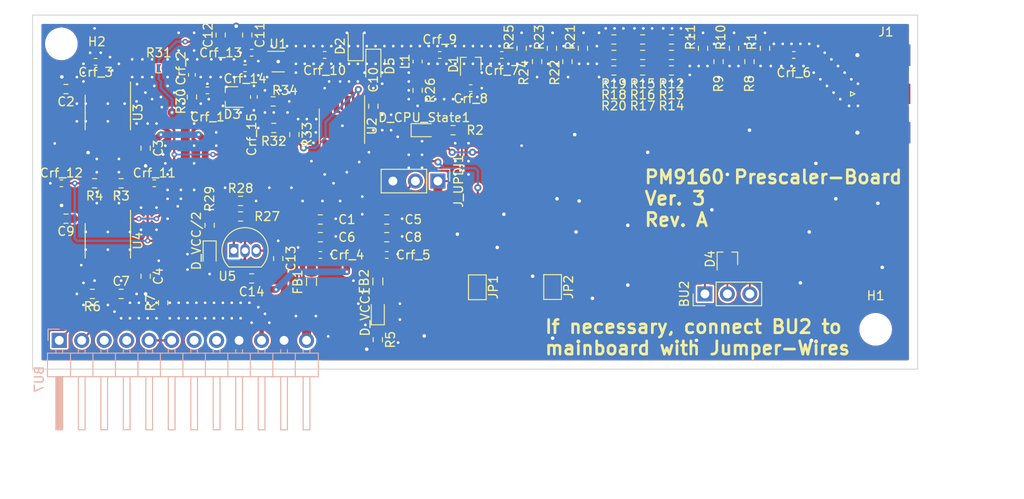
<source format=kicad_pcb>
(kicad_pcb (version 20221018) (generator pcbnew)
  (layers (0 "F.Cu" signal) (31 "B.Cu" signal) (34 "B.Paste" user) (35 "F.Paste" user) (36 "B.SilkS" user "B.Silkscreen") (37 "F.SilkS" user "F.Silkscreen") (38 "B.Mask" user) (39 "F.Mask" user) (44 "Edge.Cuts" user))
  (net 0 "")
  (net 3 "Net-(BU7-Pin_5)")
  (net 5 "Net-(U3-VBB)")
  (net 6 "Net-(U4-VBB)")
  (net 7 "Net-(D3-common)")
  (net 8 "Net-(U3-!CLK)")
  (net 9 "Net-(J1-In)")
  (net 10 "Net-(Crf_6-Pad2)")
  (net 11 "Net-(D1-common)")
  (net 12 "Net-(D1-A)")
  (net 13 "Net-(Crf_10-Pad1)")
  (net 14 "Net-(Crf_10-Pad2)")
  (net 15 "Net-(Crf_14-Pad1)")
  (net 16 "Net-(D_CPU_State1-A)")
  (net 17 "Net-(D_VCC/2-K)")
  (net 18 "Net-(D_VCC1-K)")
  (net 19 "Net-(U4-!Q)")
  (net 20 "Net-(U5-ADJ)")
  (net 21 "!B")
  (net 22 "TEST_GO")
  (net 23 "Net-(U3-CLK)")
  (net 24 "-8.5V")
  (net 25 "GND")
  (net 26 "OUT")
  (net 27 "+5V")
  (net 28 "+5VA")
  (net 29 "+5VD")
  (net 30 "RF_RESET")
  (net 31 "/Q_N")
  (net 32 "/Q_P")
  (net 33 "Net-(Crf_7-Pad1)")
  (net 34 "Net-(R12-Pad2)")
  (net 35 "Net-(R15-Pad2)")
  (net 36 "RF_Amped")
  (net 37 "UPDI")
  (net 38 "Vcc{slash}2")
  (net 39 "Net-(Crf_1-Pad2)")
  (net 40 "RF_DETECT")
  (net 41 "CPU_STATE")
  (net 42 "Net-(BU2-Pin_1)")
  (net 43 "Net-(BU2-Pin_2)")
  (net 44 "Net-(BU2-Pin_3)")
  (net 45 "Net-(D3-A)")
  (net 47 "Net-(JP2-A)")
  (net 48 "Net-(JP1-A)")
  (footprint "Resistor_SMD:R_0402_1005Metric" (layer "F.Cu") (at 150.01 117.0925)
    (fp_text reference "Crf_5")
    (fp_text value "10nF")
  )
  (footprint "Resistor_SMD:R_0603_1608Metric" (layer "F.Cu") (at 168.675 93.75 90)
    (fp_text reference "R23")
    (fp_text value "820")
  )
  (footprint "Package_TO_SOT_THT:TO-92_Inline" (layer "F.Cu") (at 132.73 116.61)
    (fp_text reference "U5")
    (fp_text value "LM317L_TO92")
  )
  (footprint "Resistor_SMD:R_0603_1608Metric" (layer "F.Cu") (at 178.925 92.75 180)
    (fp_text reference "R15")
    (fp_text value "33")
  )
  (footprint "Resistor_SMD:R_0603_1608Metric" (layer "F.Cu") (at 116.75 121.5 180)
    (fp_text reference "R6")
    (fp_text value "330")
  )
  (footprint "Connector_Coaxial:SMA_Molex_73251-1153_EdgeMount_Horizontal" (layer "F.Cu") (at 204.91 98.9 180)
    (fp_text reference "J1")
    (fp_text value "Conn_Coaxial")
  )
  (footprint "Resistor_SMD:R_0603_1608Metric" (layer "F.Cu") (at 124.75 122.5 90)
    (fp_text reference "R7")
    (fp_text value "330")
  )
  (footprint "Resistor_SMD:R_0603_1608Metric" (layer "F.Cu") (at 130 113.75 90)
    (fp_text reference "R29")
    (fp_text value "240")
  )
  (footprint "LED_SMD:LED_0603_1608Metric" (layer "F.Cu") (at 130 117 -90)
    (fp_text reference "D_VCC/2")
    (fp_text value "LED RED")
  )
  (footprint "Resistor_SMD:R_0603_1608Metric" (layer "F.Cu") (at 142.51 113.0925)
    (fp_text reference "C1")
    (fp_text value "22uF 6.3V")
  )
  (footprint "Resistor_SMD:R_0402_1005Metric" (layer "F.Cu") (at 134 96 180)
    (fp_text reference "Crf_14")
    (fp_text value "1nF")
  )
  (footprint "Resistor_SMD:R_0603_1608Metric" (layer "F.Cu") (at 150.01 115.0925)
    (fp_text reference "C8")
    (fp_text value "100nF")
  )
  (footprint "Package_SO:SOIC-8_3.9x4.9mm_P1.27mm" (layer "F.Cu") (at 118.5 101 -90)
    (fp_text reference "U3")
    (fp_text value "SY100EL33L")
  )
  (footprint "Resistor_SMD:R_0603_1608Metric" (layer "F.Cu") (at 182.175 92.75 180)
    (fp_text reference "R12")
    (fp_text value "33")
  )
  (footprint "Resistor_SMD:R_0603_1608Metric" (layer "F.Cu") (at 192.75 93.75 90)
    (fp_text reference "R1")
    (fp_text value "820")
  )
  (footprint "Resistor_SMD:R_0603_1608Metric" (layer "F.Cu") (at 175.675 94.5 180)
    (fp_text reference "R18")
    (fp_text value "33")
  )
  (footprint "Resistor_SMD:R_0603_1608Metric" (layer "F.Cu") (at 128 99.25 90)
    (fp_text reference "R30")
    (fp_text value "100")
  )
  (footprint "Package_SO:SOIC-8_3.9x4.9mm_P1.27mm" (layer "F.Cu") (at 118.5 115.5 -90)
    (fp_text reference "U4")
    (fp_text value "SY100EL33L")
  )
  (footprint "Resistor_SMD:R_0603_1608Metric" (layer "F.Cu") (at 153.5 98.5 -90)
    (fp_text reference "R26")
    (fp_text value "330")
  )
  (footprint "Resistor_SMD:R_0603_1608Metric" (layer "F.Cu") (at 178.925 94.5 180)
    (fp_text reference "R16")
    (fp_text value "33")
  )
  (footprint "Resistor_SMD:R_0603_1608Metric" (layer "F.Cu") (at 150.01 113.0925)
    (fp_text reference "C5")
    (fp_text value "22uF 6.3V")
  )
  (footprint "Resistor_SMD:R_0603_1608Metric" (layer "F.Cu") (at 185.75 93.75 90)
    (fp_text reference "R11")
    (fp_text value "820")
  )
  (footprint "Package_TO_SOT_SMD:SOT-323_SC-70" (layer "F.Cu") (at 188.5 117.5 90)
    (fp_text reference "D4")
    (fp_text value "BAT15-04W")
  )
  (footprint "Resistor_SMD:R_0603_1608Metric" (layer "F.Cu") (at 187.5 95.25 -90)
    (fp_text reference "R9")
    (fp_text value "820")
  )
  (footprint "Connector_PinHeader_2.54mm:PinHeader_1x03_P2.54mm_Vertical" (layer "F.Cu") (at 155.79 108.75 -90)
    (fp_text reference "J_UPDI1")
    (fp_text value "Conn_01x03_Male")
  )
  (footprint "Resistor_SMD:R_0603_1608Metric" (layer "F.Cu") (at 148.5 100.3 90)
    (fp_text reference "C10")
    (fp_text value "100nF")
  )
  (footprint "Resistor_SMD:R_0603_1608Metric" (layer "F.Cu") (at 113.77 98.355 180)
    (fp_text reference "C2")
    (fp_text value "100nF")
  )
  (footprint "MountingHole:MountingHole_3.2mm_M3_DIN965" (layer "F.Cu") (at 205.25 125.5)
    (fp_text reference "H1")
    (fp_text value "MountingHole_Pad")
  )
  (footprint "Resistor_SMD:R_0603_1608Metric" (layer "F.Cu") (at 137.175 99.75 180)
    (fp_text reference "R34")
    (fp_text value "3.3k")
  )
  (footprint "Resistor_SMD:R_0402_1005Metric" (layer "F.Cu") (at 134.75 94.25)
    (fp_text reference "Crf_13")
    (fp_text value "10nF")
  )
  (footprint "LED_SMD:LED_0603_1608Metric" (layer "F.Cu") (at 149 123.5 90)
    (fp_text reference "D_VCC1")
    (fp_text value "LED GREEN")
  )
  (footprint "Resistor_SMD:R_0603_1608Metric" (layer "F.Cu") (at 190.99 95.25 90)
    (fp_text reference "R8")
    (fp_text value "820")
  )
  (footprint "Resistor_SMD:R_0603_1608Metric" (layer "F.Cu") (at 189.25 93.75 -90)
    (fp_text reference "R10")
    (fp_text value "820")
  )
  (footprint "Resistor_SMD:R_0603_1608Metric" (layer "F.Cu") (at 134.75 119.75)
    (fp_text reference "C14")
    (fp_text value "100nF")
  )
  (footprint "Resistor_SMD:R_0603_1608Metric" (layer "F.Cu") (at 165.25 93.75 90)
    (fp_text reference "R25")
    (fp_text value "820")
  )
  (footprint "Inductor_SMD:L_0805_2012Metric" (layer "F.Cu") (at 149.01 120.0925 90)
    (fp_text reference "FB2")
    (fp_text value "GZ2012D601TF")
  )
  (footprint "Resistor_SMD:R_0603_1608Metric" (layer "F.Cu") (at 149 126.675 -90)
    (fp_text reference "R5")
    (fp_text value "1k")
  )
  (footprint "Inductor_SMD:L_0805_2012Metric" (layer "F.Cu") (at 141.51 120.155 90)
    (fp_text reference "FB1")
    (fp_text value "GZ2012D601TF")
  )
  (footprint "Resistor_SMD:R_0603_1608Metric" (layer "F.Cu") (at 133.5 111)
    (fp_text reference "R28")
    (fp_text value "330")
  )
  (footprint "Resistor_SMD:R_0603_1608Metric" (layer "F.Cu") (at 137.25 102.75)
    (fp_text reference "R32")
    (fp_text value "22k")
  )
  (footprint "Resistor_SMD:R_0603_1608Metric" (layer "F.Cu") (at 137.75 117.5 -90)
    (fp_text reference "C13")
    (fp_text value "100nF")
  )
  (footprint "Resistor_SMD:R_0402_1005Metric" (layer "F.Cu") (at 117.12 95.28 180)
    (fp_text reference "Crf_3")
    (fp_text value "10nF")
  )
  (footprint "Package_TO_SOT_SMD:SOT-323_SC-70" (layer "F.Cu") (at 132.5 99.25 180)
    (fp_text reference "D3")
    (fp_text value "BAT15-04W")
  )
  (footprint "Resistor_SMD:R_0603_1608Metric" (layer "F.Cu") (at 175.675 92.75 180)
    (fp_text reference "R19")
    (fp_text value "33")
  )
  (footprint "Resistor_SMD:R_0603_1608Metric" (layer "F.Cu") (at 134.25 92.25 -90)
    (fp_text reference "C11")
    (fp_text value "100nF")
  )
  (footprint "Resistor_SMD:R_0402_1005Metric" (layer "F.Cu") (at 128 96.75 90)
    (fp_text reference "Crf_2")
    (fp_text value "10p")
  )
  (footprint "Resistor_SMD:R_0603_1608Metric" (layer "F.Cu") (at 133.5 112.75 180)
    (fp_text reference "R27")
    (fp_text value "240")
  )
  (footprint "Diode_SMD:D_SOD-323_HandSoldering" (layer "F.Cu") (at 146.5 93.25 90)
    (fp_text reference "D2")
    (fp_text value "BAP50-03")
  )
  (footprint "Resistor_SMD:R_0603_1608Metric" (layer "F.Cu") (at 175.675 96.25 180)
    (fp_text reference "R20")
    (fp_text value "33")
  )
  (footprint "Resistor_SMD:R_0603_1608Metric" (layer "F.Cu") (at 131.25 92.25 90)
    (fp_text reference "C12")
    (fp_text value "22uF 6.3V")
  )
  (footprint "Package_TO_SOT_SMD:SOT-323_SC-70" (layer "F.Cu") (at 159.5 95.5 90)
    (fp_text reference "D1")
    (fp_text value "BAT15-04W")
  )
  (footprint "Resistor_SMD:R_0603_1608Metric" (layer "F.Cu") (at 113.77 113 180)
    (fp_text reference "C9")
    (fp_text value "100nF")
  )
  (footprint "Resistor_SMD:R_0402_1005Metric" (layer "F.Cu") (at 135 99.25 -90)
    (fp_text reference "Crf_15")
    (fp_text value "1nF")
  )
  (footprint "Resistor_SMD:R_0603_1608Metric" (layer "F.Cu") (at 157.5 103)
    (fp_text reference "R2")
    (fp_text value "1k")
  )
  (footprint "Resistor_SMD:R_0603_1608Metric" (layer "F.Cu") (at 178.925 96.25 180)
    (fp_text reference "R17")
    (fp_text value "33")
  )
  (footprint "Resistor_SMD:R_0402_1005Metric" (layer "F.Cu") (at 196 94.5 180)
    (fp_text reference "Crf_6")
    (fp_text value "47p")
  )
  (footprint "Resistor_SMD:R_0402_1005Metric" (layer "F.Cu") (at 156 94.5 180)
    (fp_text reference "Crf_9")
    (fp_text value "1nF")
  )
  (footprint "Jumper:SolderJumper-2_P1.3mm_Open_TrianglePad1.0x1.5mm" (layer "F.Cu") (at 160.25 120.75 -90)
    (fp_text reference "JP1")
    (fp_text value "SolderJumper_2_Open")
  )
  (footprint "Connector_PinHeader_2.54mm:PinHeader_1x03_P2.54mm_Vertical" (layer "F.Cu") (at 185.96 121.5 90)
    (fp_text reference "BU2")
    (fp_text value "Conn_01x03_Male")
  )
  (footprint "Resistor_SMD:R_0402_1005Metric" (layer "F.Cu") (at 129.75 98.5 180)
    (fp_text reference "Crf_1")
    (fp_text value "10nF")
  )
  (footprint "Resistor_SMD:R_0402_1005Metric" (layer "F.Cu") (at 123.75 109)
    (fp_text reference "Crf_11")
    (fp_text value "10nF")
  )
  (footprint "Resistor_SMD:R_0603_1608Metric" (layer "F.Cu") (at 182.175 96.25 180)
    (fp_text reference "R14")
    (fp_text value "33")
  )
  (footprint "Jumper:SolderJumper-2_P1.3mm_Open_TrianglePad1.0x1.5mm" (layer "F.Cu") (at 168.75 120.725 -90)
    (fp_text reference "JP2")
    (fp_text value "SolderJumper_2_Open")
  )
  (footprint "Resistor_SMD:R_0402_1005Metric" (layer "F.Cu") (at 163 94.5 180)
    (fp_text reference "Crf_7")
    (fp_text value "1nF")
  )
  (footprint "Resistor_SMD:R_0603_1608Metric" (layer "F.Cu") (at 167 95.25 90)
    (fp_text reference "R24")
    (fp_text value "820")
  )
  (footprint "Package_TO_SOT_SMD:SOT-363_SC-70-6" (layer "F.Cu") (at 137.75 95.25)
    (fp_text reference "U1")
    (fp_text value "BGA2869")
  )
  (footprint "Resistor_SMD:R_0603_1608Metric" (layer "F.Cu") (at 120 109 180)
    (fp_text reference "R3")
    (fp_text value "50")
  )
  (footprint "Resistor_SMD:R_0402_1005Metric" (layer "F.Cu") (at 113.25 109)
    (fp_text reference "Crf_12")
    (fp_text value "10nF")
  )
  (footprint "Resistor_SMD:R_0603_1608Metric" (layer "F.Cu") (at 182.175 94.5 180)
    (fp_text reference "R13")
    (fp_text value "33")
  )
  (footprint "Resistor_SMD:R_0603_1608Metric" (layer "F.Cu") (at 139.575 103.5 -90)
    (fp_text reference "R33")
    (fp_text value "100k")
  )
  (footprint "MountingHole:MountingHole_3.2mm_M3_DIN965" (layer "F.Cu") (at 113.25 93.25)
    (fp_text reference "H2")
    (fp_text value "MountingHole_Pad")
  )
  (footprint "Resistor_SMD:R_0402_1005Metric" (layer "F.Cu") (at 143 94.5 180)
    (fp_text reference "Crf_10")
    (fp_text value "1nF")
  )
  (footprint "Package_SO:SOIC-8_3.9x4.9mm_P1.27mm" (layer "F.Cu") (at 144.95 102.55 -90)
    (fp_text reference "U2")
    (fp_text value "ATtiny202-SS")
  )
  (footprint "Resistor_SMD:R_0603_1608Metric" (layer "F.Cu") (at 124.25 96 180)
    (fp_text reference "R31")
    (fp_text value "33")
  )
  (footprint "Resistor_SMD:R_0603_1608Metric" (layer "F.Cu") (at 170.425 95.25 90)
    (fp_text reference "R22")
    (fp_text value "820")
  )
  (footprint "Resistor_SMD:R_0603_1608Metric" (layer "F.Cu") (at 117 109 180)
    (fp_text reference "R4")
    (fp_text value "50")
  )
  (footprint "Resistor_SMD:R_0402_1005Metric" (layer "F.Cu") (at 159.5 98.25 180)
    (fp_text reference "Crf_8")
    (fp_text value "10nF")
  )
  (footprint "LED_SMD:LED_0603_1608Metric" (layer "F.Cu") (at 154.25 103)
    (fp_text reference "D_CPU_State1")
    (fp_text value "LED RED")
  )
  (footprint "Resistor_SMD:R_0603_1608Metric" (layer "F.Cu") (at 122.77 105.03 -90)
    (fp_text reference "C3")
    (fp_text value "100nF")
  )
  (footprint "Inductor_SMD:L_0603_1608Metric" (layer "F.Cu") (at 153.5 95.25 90)
    (fp_text reference "L1")
    (fp_text value "680nH")
  )
  (footprint "Resistor_SMD:R_0603_1608Metric" (layer "F.Cu") (at 122.77 119.5 -90)
    (fp_text reference "C4")
    (fp_text value "100nF")
  )
  (footprint "Resistor_SMD:R_0603_1608Metric" (layer "F.Cu") (at 142.51 115.0925)
    (fp_text reference "C6")
    (fp_text value "100nF")
  )
  (footprint "Resistor_SMD:R_0402_1005Metric" (layer "F.Cu") (at 142.51 117.0925)
    (fp_text reference "Crf_4")
    (fp_text value "10nF")
  )
  (footprint "Diode_SMD:D_SOD-323_HandSoldering" (layer "F.Cu") (at 148.5 95.75 -90)
    (fp_text reference "D5")
    (fp_text value "BAP50-03")
  )
  (footprint "Resistor_SMD:R_0603_1608Metric" (layer "F.Cu") (at 172.175 93.75 90)
    (fp_text reference "R21")
    (fp_text value "820")
  )
  (footprint "Resistor_SMD:R_0603_1608Metric" (layer "F.Cu") (at 120 121.5)
    (fp_text reference "C7")
    (fp_text value "1p")
  )
  (footprint "Connector_PinHeader_2.54mm:PinHeader_1x12_P2.54mm_Horizontal" (layer "B.Cu") (at 113.01 126.75 -90)
    (fp_text reference "BU7")
    (fp_text value "Conn_01x12_Male")
  )
  (gr_line (start 210 90) (end 110 90) (stroke (width 0.1)) (layer "Edge.Cuts"))
  (gr_line (start 110 90) (end 110 130) (stroke (width 0.1)) (layer "Edge.Cuts"))
  (gr_line (start 210 130) (end 210 90) (stroke (width 0.1)) (layer "Edge.Cuts"))
  (gr_line (start 110 130) (end 210 130) (stroke (width 0.1)) (layer "Edge.Cuts"))
  (gr_text "If necessary, connect BU2 to \nmainboard with Jumper-Wires" (at 167.75 128.5) (layer "F.SilkS") (effects (font (size 1.5 1.5) (thickness 0.3) bold) (justify left bottom)))
  (gr_text "PM9160 Prescaler-Board\nVer. 3\nRev. A" (at 179 114) (layer "F.SilkS") (effects (font (size 1.5 1.5) (thickness 0.3) bold) (justify left bottom)))
  (segment (start 123.17 126.75) (end 125.71 126.75) (width 0.25) (layer "F.Cu") (net 3))
  (segment (start 114.595 98.355) (end 116.425 98.355) (width 0.5) (layer "F.Cu") (net 5))
  (segment (start 116.61 98.51) (end 116.595 98.525) (width 0.5) (layer "F.Cu") (net 5))
  (segment (start 116.425 98.355) (end 116.595 98.525) (width 0.5) (layer "F.Cu") (net 5))
  (segment (start 116.61 95.28) (end 116.61 98.51) (width 0.5) (layer "F.Cu") (net 5))
  (segment (start 114.62 113.025) (end 114.595 113) (width 0.5) (layer "F.Cu") (net 6))
  (segment (start 116.57 113) (end 116.595 113.025) (width 0.5) (layer "F.Cu") (net 6))
  (segment (start 114.595 113) (end 116.57 113) (width 0.5) (layer "F.Cu") (net 6))
  (segment (start 130.75 98.5) (end 131.5 99.25) (width 0.75) (layer "F.Cu") (net 7))
  (segment (start 130.26 98.5) (end 130.75 98.5) (width 0.75) (layer "F.Cu") (net 7))
  (segment (start 117.865 95.515) (end 117.63 95.28) (width 1) (layer "F.Cu") (net 8))
  (segment (start 117.865 98.525) (end 117.865 95.515) (width 1) (layer "F.Cu") (net 8))
  (segment (start 207.43 99) (end 202.5 99) (width 1) (layer "F.Cu") (net 9))
  (segment (start 202.5 99) (end 198 94.5) (width 1) (layer "F.Cu") (net 9))
  (segment (start 198 94.5) (end 197 94.5) (width 1) (layer "F.Cu") (net 9))
  (segment (start 183 92.75) (end 183 96.25) (width 1) (layer "F.Cu") (net 10))
  (segment (start 183 94.5) (end 195 94.5) (width 1) (layer "F.Cu") (net 10))
  (segment (start 159.5 94.5) (end 162 94.5) (width 1) (layer "F.Cu") (net 11))
  (segment (start 159.5 94.5) (end 157 94.5) (width 1) (layer "F.Cu") (net 11))
  (segment (start 146.5 94.5) (end 144 94.5) (width 1) (layer "F.Cu") (net 13))
  (segment (start 146.5 94.5) (end 155 94.5) (width 1) (layer "F.Cu") (net 13))
  (segment (start 138.8 94.5) (end 142.49 94.5) (width 0.5) (layer "F.Cu") (net 14))
  (segment (start 138.7 94.6) (end 138.8 94.5) (width 0.5) (layer "F.Cu") (net 14))
  (segment (start 136.6 95.9) (end 136.5 96) (width 0.5) (layer "F.Cu") (net 15))
  (segment (start 136.5 96) (end 134.51 96) (width 0.5) (layer "F.Cu") (net 15))
  (segment (start 136.8 95.9) (end 136.6 95.9) (width 0.5) (layer "F.Cu") (net 15))
  (segment (start 156.675 103) (end 155.0375 103) (width 0.2) (layer "F.Cu") (net 16))
  (segment (start 130 116.2125) (end 130 114.575) (width 0.254) (layer "F.Cu") (net 17))
  (segment (start 149 124.2875) (end 149 125.85) (width 1) (layer "F.Cu") (net 18))
  (segment (start 117.865 121.21) (end 117.575 121.5) (width 0.5) (layer "F.Cu") (net 19))
  (segment (start 117.865 117.975) (end 117.865 121.21) (width 0.5) (layer "F.Cu") (net 19))
  (segment (start 132.675 112.75) (end 132.675 111) (width 0.254) (layer "F.Cu") (net 20))
  (segment (start 132.73 112.805) (end 132.675 112.75) (width 0.254) (layer "F.Cu") (net 20))
  (segment (start 132.73 116.61) (end 132.73 112.805) (width 0.254) (layer "F.Cu") (net 20))
  (segment (start 131.4 124.8) (end 114.9 124.8) (width 0.2) (layer "F.Cu") (net 21))
  (segment (start 160.25 121.475) (end 158.225 123.5) (width 0.2) (layer "F.Cu") (net 21))
  (segment (start 113.01 126.69) (end 113.01 126.75) (width 0.2) (layer "F.Cu") (net 21))
  (segment (start 132.75 128) (end 132.1 127.35) (width 0.2) (layer "F.Cu") (net 21))
  (segment (start 144.25 123.5) (end 142.5 125.25) (width 0.2) (layer "F.Cu") (net 21))
  (segment (start 132.1 127.35) (end 132.1 125.5) (width 0.2) (layer "F.Cu") (net 21))
  (segment (start 142 128) (end 132.75 128) (width 0.2) (layer "F.Cu") (net 21))
  (segment (start 142.5 127.5) (end 142 128) (width 0.2) (layer "F.Cu") (net 21))
  (segment (start 114.9 124.8) (end 113.01 126.69) (width 0.2) (layer "F.Cu") (net 21))
  (segment (start 132.1 125.5) (end 131.4 124.8) (width 0.2) (layer "F.Cu") (net 21))
  (segment (start 158.225 123.5) (end 144.25 123.5) (width 0.2) (layer "F.Cu") (net 21))
  (segment (start 142.5 125.25) (end 142.5 127.5) (width 0.2) (layer "F.Cu") (net 21))
  (segment (start 117 125.3) (end 115.55 126.75) (width 0.2) (layer "F.Cu") (net 22))
  (segment (start 142.5 128.5) (end 130.2 128.5) (width 0.2) (layer "F.Cu") (net 22))
  (segment (start 129.5 127.8) (end 129.5 126.1) (width 0.2) (layer "F.Cu") (net 22))
  (segment (start 128.7 125.3) (end 117 125.3) (width 0.2) (layer "F.Cu") (net 22))
  (segment (start 130.2 128.5) (end 129.5 127.8) (width 0.2) (layer "F.Cu") (net 22))
  (segment (start 152.25 124.75) (end 150.25 126.75) (width 0.2) (layer "F.Cu") (net 22))
  (segment (start 150.25 126.75) (end 144.25 126.75) (width 0.2) (layer "F.Cu") (net 22))
  (segment (start 129.5 126.1) (end 128.7 125.3) (width 0.2) (layer "F.Cu") (net 22))
  (segment (start 165.45 124.75) (end 152.25 124.75) (width 0.2) (layer "F.Cu") (net 22))
  (segment (start 144.25 126.75) (end 142.5 128.5) (width 0.2) (layer "F.Cu") (net 22))
  (segment (start 168.75 121.45) (end 165.45 124.75) (width 0.2) (layer "F.Cu") (net 22))
  (segment (start 119.135 98.525) (end 119.135 97.617918) (width 1) (layer "F.Cu") (net 23))
  (segment (start 120.752918 96) (end 123.25 96) (width 1) (layer "F.Cu") (net 23))
  (segment (start 119.135 97.617918) (end 120.752918 96) (width 1) (layer "F.Cu") (net 23))
  (segment (start 136.8 95.25) (end 137.75 95.25) (width 0.254) (layer "F.Cu") (net 25))
  (segment (start 122.77 120.325) (end 122.77 121.5) (width 0.5) (layer "F.Cu") (net 25))
  (segment (start 138.7 95.9) (end 138.4 95.9) (width 0.254) (layer "F.Cu") (net 25))
  (segment (start 112.945 111.825) (end 113.27 111.5) (width 0.5) (layer "F.Cu") (net 25))
  (segment (start 132.825 91.425) (end 133 91.25) (width 0.5) (layer "F.Cu") (net 25))
  (segment (start 134.86 98.6) (end 135 98.74) (width 0.254) (layer "F.Cu") (net 25))
  (segment (start 138.4 95.9) (end 137.75 95.25) (width 0.254) (layer "F.Cu") (net 25))
  (segment (start 122.77 105.855) (end 122.77 107.03) (width 0.5) (layer "F.Cu") (net 25))
  (segment (start 134.25 91.425) (end 133.175 91.425) (width 0.5) (layer "F.Cu") (net 25))
  (segment (start 116.595 103.475) (end 116.595 105.205) (width 0.5) (layer "F.Cu") (net 25))
  (segment (start 112.945 98.355) (end 112.945 97.332428) (width 0.5) (layer "F.Cu") (net 25))
  (segment (start 131.25 91.425) (end 132.825 91.425) (width 0.5) (layer "F.Cu") (net 25))
  (segment (start 112.945 97.332428) (end 113.300632 96.976796) (width 0.5) (layer "F.Cu") (net 25))
  (segment (start 116.595 105.205) (end 116.27 105.53) (width 0.5) (layer "F.Cu") (net 25))
  (segment (start 138.7 95.25) (end 137.75 95.25) (width 0.254) (layer "F.Cu") (net 25))
  (segment (start 133.175 91.425) (end 133 91.25) (width 0.5) (layer "F.Cu") (net 25))
  (segment (start 112.945 113) (end 112.945 111.825) (width 0.5) (layer "F.Cu") (net 25))
  (via (at 147.25 112.5) (size 0.6) (drill 0.3) (layers "F.Cu" "B.Cu") (net 25))
  (via (at 179 91.5) (size 0.6) (drill 0.3) (layers "F.Cu" "B.Cu") (net 25))
  (via (at 133.5 122.5) (size 0.6) (drill 0.3) (layers "F.Cu" "B.Cu") (net 25))
  (via (at 144.75 97.5) (size 0.6) (drill 0.3) (layers "F.Cu" "B.Cu") (net 25))
  (via (at 184.25 96.75) (size 0.6) (drill 0.3) (layers "F.Cu" "B.Cu") (net 25))
  (via (at 146.25 120) (size 0.6) (drill 0.3) (layers "F.Cu" "B.Cu") (net 25))
  (via (at 129.9 99.5) (size 0.6) (drill 0.3) (layers "F.Cu" "B.Cu") (net 25))
  (via (at 123.5 97) (size 0.6) (drill 0.3) (layers "F.Cu" "B.Cu") (net 25))
  (via (at 121.25 95) (size 0.6) (drill 0.3) (layers "F.Cu" "B.Cu") (net 25))
  (via (at 183.25 97.5) (size 0.6) (drill 0.3) (layers "F.Cu" "B.Cu") (net 25))
  (via (at 147.25 110.5) (size 0.6) (drill 0.3) (layers "F.Cu" "B.Cu") (net 25))
  (via (at 157.75 106.5) (size 0.6) (drill 0.3) (layers "F.Cu" "B.Cu") (net 25))
  (via (at 165.75 95.5) (size 0.6) (drill 0.3) (layers "F.Cu" "B.Cu") (net 25))
  (via (at 131.75 109.5) (size 0.6) (drill 0.3) (layers "F.Cu" "B.Cu") (net 25))
  (via (at 166.5 119.5) (size 0.8) (drill 0.4) (layers "F.Cu" "B.Cu") (net 25))
  (via (at 139.75 124) (size 0.6) (drill 0.3) (layers "F.Cu" "B.Cu") (net 25))
  (via (at 151.5 124.4) (size 0.6) (drill 0.3) (layers "F.Cu" "B.Cu") (net 25))
  (via (at 145.75 95.5) (size 0.6) (drill 0.3) (layers "F.Cu" "B.Cu") (net 25))
  (via (at 145.75 93.5) (size 0.6) (drill 0.3) (layers "F.Cu" "B.Cu") (net 25))
  (via (at 174.75 91.5) (size 0.6) (drill 0.3) (layers "F.Cu" "B.Cu") (net 25))
  (via (at 115.75 96.5) (size 0.6) (drill 0.3) (layers "F.Cu" "B.Cu") (net 25))
  (via (at 134.5 122.5) (size 0.6) (drill 0.3) (layers "F.Cu" "B.Cu") (net 25))
  (via (at 162.75 95.5) (size 0.6) (drill 0.3) (layers "F.Cu" "B.Cu") (net 25))
  (via (at 121.75 102.25) (size 0.6) (drill 0.3) (layers "F.Cu" "B.Cu") (net 25))
  (via (at 140.75 93.5) (size 0.6) (drill 0.3) (layers "F.Cu" "B.Cu") (net 25))
  (via (at 141.5 106.5) (size 0.6) (drill 0.3) (layers "F.Cu" "B.Cu") (net 25))
  (via (at 142 124) (size 0.6) (drill 0.3) (layers "F.Cu" "B.Cu") (net 25))
  (via (at 173.25 122) (size 0.8) (drill 0.4) (layers "F.Cu" "B.Cu") (net 25))
  (via (at 150.5 103) (size 0.6) (drill 0.3) (layers "F.Cu" "B.Cu") (net 25))
  (via (at 155.75 93.5) (size 0.6) (drill 0.3) (layers "F.Cu" "B.Cu") (net 25))
  (via (at 143.75 93.5) (size 0.6) (drill 0.3) (layers "F.Cu" "B.Cu") (net 25))
  (via (at 127.5 122.5) (size 0.6) (drill 0.3) (layers "F.Cu" "B.Cu") (net 25))
  (via (at 180 97.5) (size 0.6) (drill 0.3) (layers "F.Cu" "B.Cu") (net 25))
  (via (at 175.75 91.5) (size 0.6) (drill 0.3) (layers "F.Cu" "B.Cu") (net 25))
  (via (at 117.7 94.25) (size 0.6) (drill 0.3) (layers "F.Cu" "B.Cu") (net 25))
  (via (at 148.5 103) (size 0.6) (drill 0.3) (layers "F.Cu" "B.Cu") (net 25))
  (via (at 140.75 95.5) (size 0.6) (drill 0.3) (layers "F.Cu" "B.Cu") (net 25))
  (via (at 157.75 93.5) (size 0.6) (drill 0.3) (layers "F.Cu" "B.Cu") (net 25))
  (via (at 116.27 105.53) (size 0.8) (drill 0.4) (layers "F.Cu" "B.Cu") (net 25))
  (via (at 185.75 92) (size 0.6) (drill 0.3) (layers "F.Cu" "B.Cu") (net 25))
  (via (at 133.5 101) (size 0.6) (drill 0.3) (layers "F.Cu" "B.Cu") (net 25))
  (via (at 126.5 122.5) (size 0.6) (drill 0.3) (layers "F.Cu" "B.Cu") (net 25))
  (via (at 138 98.5) (size 0.6) (drill 0.3) (layers "F.Cu" "B.Cu") (net 25))
  (via (at 128 101) (size 0.6) (drill 0.3) (layers "F.Cu" "B.Cu") (net 25))
  (via (at 144.25 115) (size 0.6) (drill 0.3) (layers "F.Cu" "B.Cu") (net 25))
  (via (at 152.75 93.5) (size 0.6) (drill 0.3) (layers "F.Cu" "B.Cu") (net 25))
  (via (at 185.25 95.75) (size 0.6) (drill 0.3) (layers "F.Cu" "B.Cu") (net 25))
  (via (at 202.25 100.25) (size 0.6) (drill 0.3) (layers "F.Cu" "B.Cu") (net 25))
  (via (at 188.75 95.75) (size 0.6) (drill 0.3) (layers "F.Cu" "B.Cu") (net 25))
  (via (at 168.75 126.5) (size 0.8) (drill 0.4) (layers "F.Cu" "B.Cu") (net 25))
  (via (at 196.75 120.25) (size 0.8) (drill 0.4) (layers "F.Cu" "B.Cu") (net 25))
  (via (at 139.25 109.5) (size 0.6) (drill 0.3) (layers "F.Cu" "B.Cu") (net 25))
  (via (at 119.75 110) (size 0.6) (drill 0.3) (layers "F.Cu" "B.Cu") (net 25))
  (via (at 119.75 111.25) (size 0.6) (drill 0.3) (layers "F.Cu" "B.Cu") (net 25))
  (via (at 136.75 109.5) (size 0.6) (drill 0.3) (layers "F.Cu" "B.Cu") (net 25))
  (via (at 155.75 95.5) (size 0.6) (drill 0.3) (layers "F.Cu" "B.Cu") (net 25))
  (via (at 171.75 111) (size 0.8) (drill 0.4) (layers "F.Cu" "B.Cu") (net 25))
  (via (at 142.75 111) (size 0.6) (drill 0.3) (layers "F.Cu" "B.Cu") (net 25))
  (via (at 193.75 93.25) (size 0.6) (drill 0.3) (layers "F.Cu" "B.Cu") (net 25))
  (via (at 126 98.75) (size 0.6) (drill 0.3) (layers "F.Cu" "B.Cu") (net 25))
  (via (at 163.25 112.5) (size 0.8) (drill 0.4) (layers "F.Cu" "B.Cu") (net 25))
  (via (at 139 99.75) (size 0.6) (drill 0.3) (layers "F.Cu" "B.Cu") (net 25))
  (via (at 139 98.75) (size 0.6) (drill 0.3) (layers "F.Cu" "B.Cu") (net 25))
  (via (at 175.75 97.5) (size 0.6) (drill 0.3) (layers "F.Cu" "B.Cu") (net 25))
  (via (at 184.25 92.25) (size 0.6) (drill 0.3) (layers "F.Cu" "B.Cu") (net 25))
  (via (at 121 124.25) (size 0.6) (drill 0.3) (layers "F.Cu" "B.Cu") (net 25))
  (via (at 152.5 98.5) (size 0.6) (drill 0.3) (layers "F.Cu" "B.Cu") (net 25))
  (via (at 140 116.25) (size 0.6) (drill 0.3) (layers "F.Cu" "B.Cu") (net 25))
  (via (at 122 122.5) (size 0.6) (drill 0.3) (layers "F.Cu" "B.Cu") (net 25))
  (via (at 117 91.5) (size 0.6) (drill 0.3) (layers "F.Cu" "B.Cu") (net 25))
  (via (at 113.300632 96.976796) (size 0.8) (drill 0.4) (layers "F.Cu" "B.Cu") (net 25))
  (via (at 128.6 95) (size 0.6) (drill 0.3) (layers "F.Cu" "B.Cu") (net 25))
  (via (at 116 116.5) (size 0.6) (drill 0.3) (layers "F.Cu" "B.Cu") (net 25))
  (via (at 126.4 95) (size 0.6) (drill 0.3) (layers "F.Cu" "B.Cu") (net 25))
  (via (at 154 107.25) (size 0.6) (drill 0.3) (layers "F.Cu" "B.Cu") (net 25))
  (via (at 190.5 93.25) (size 0.6) (drill 0.3) (layers "F.Cu" "B.Cu") (net 25))
  (via (at 131.25 97) (size 0.6) (drill 0.3) (layers "F.Cu" "B.Cu") (net 25))
  (via (at 130.75 104.75) (size 0.6) (drill 0.3) (layers "F.Cu" "B.Cu") (net 25))
  (via (at 125.25 95) (size 0.6) (drill 0.3) (layers "F.Cu" "B.Cu") (net 25))
  (via (at 167 97) (size 0.6) (drill 0.3) (layers "F.Cu" "B.Cu") (net 25))
  (via (at 157.75 104.473) (size 0.6) (drill 0.3) (layers "F.Cu" "B.Cu") (net 25))
  (via (at 195.75 93.25) (size 0.6) (drill 0.3) (layers "F.Cu" "B.Cu") (net 25))
  (via (at 199.5 94.25) (size 0.6) (drill 0.3) (layers "F.Cu" "B.Cu") (net 25))
  (via (at 177.25 113.75) (size 0.8) (drill 0.4) (layers "F.Cu" "B.Cu") (net 25))
  (via (at 125.25 108) (size 0.6) (drill 0.3) (layers "F.Cu" "B.Cu") (net 25))
  (via (at 128.25 92) (size 0.6) (drill 0.3) (layers "F.Cu" "B.Cu") (net 25))
  (via (at 152.5 97.5) (size 0.6) (drill 0.3) (layers "F.Cu" "B.Cu") (net 25))
  (via (at 167.25 93.5) (size 0.6) (drill 0.3) (layers "F.Cu" "B.Cu") (net 25))
  (via (at 197.1 95.75) (size 0.6) (drill 0.3) (layers "F.Cu" "B.Cu") (net 25))
  (via (at 201.75 96.5) (size 0.6) (drill 0.3) (layers "F.Cu" "B.Cu") (net 25))
  (via (at 126.5 92) (size 0.6) (drill 0.3) (layers "F.Cu" "B.Cu") (net 25))
  (via (at 147.75 93.5) (size 0.6) (drill 0.3) (layers "F.Cu" "B.Cu") (net 25))
  (via (at 122.25 114.25) (size 0.6) (drill 0.3) (layers "F.Cu" "B.Cu") (net 25))
  (via (at 154.75 95.5) (size 0.6) (drill 0.3) (layers "F.Cu" "B.Cu") (net 25))
  (via (at 137.75 95.25) (size 0.8) (drill 0.4) (layers "F.Cu" "B.Cu") (net 25))
  (via (at 128.5 122.5) (size 0.6) (drill 0.3) (layers "F.Cu" "B.Cu") (net 25))
  (via (at 131.5 124.25) (size 0.6) (drill 0.3) (layers "F.Cu" "B.Cu") (net 25))
  (via (at 158 114.75) (size 0.8) (drill 0.4) (layers "F.Cu" "B.Cu") (net 25))
  (via (at 125 106.75) (size 0.6) (drill 0.3) (layers "F.Cu" "B.Cu") (net 25))
  (via (at 203.25 100.25) (size 0.6) (drill 0.3) (layers "F.Cu" "B.Cu") (net 25))
  (via (at 176.75 97.5) (size 0.6) (drill 0.3) (layers "F.Cu" "B.Cu") (net 25))
  (via (at 122.4 97) (size 0.6) (drill 0.3) (layers "F.Cu" "B.Cu") (net 25))
  (via (at 124.25 117.75) (size 0.6) (drill 0.3) (layers "F.Cu" "B.Cu") (net 25))
  (via (at 113.27 111.5) (size 0.8) (drill 0.4) (layers "F.Cu" "B.Cu") (net 25))
  (via (at 127.5 117) (size 0.6) (drill 0.3) (layers "F.Cu" "B.Cu") (net 25))
  (via (at 184.25 95.75) (size 0.6) (drill 0.3) (layers "F.Cu" "B.Cu") (net 25))
  (via (at 128.25 104.75) (size 0.6) (drill 0.3) (layers "F.Cu" "B.Cu") (net 25))
  (via (at 162.5 116.25) (size 0.8) (drill 0.4) (layers "F.Cu" "B.Cu") (net 25))
  (via (at 117.25 111.25) (size 0.6) (drill 0.3) (layers "F.Cu" "B.Cu") (net 25))
  (via (at 133.5 94.25) (size 0.6) (drill 0.3) (layers "F.Cu" "B.Cu") (net 25))
  (via (at 126.4 111.6) (size 0.6) (drill 0.3) (layers "F.Cu" "B.Cu") (net 25))
  (via (at 119.75 107.75) (size 0.6) (drill 0.3) (layers "F.Cu" "B.Cu") (net 25))
  (via (at 144.75 95.5) (size 0.6) (drill 0.3) (layers "F.Cu" "B.Cu") (net 25))
  (via (at 136.5 97) (size 0.6) (drill 0.3) (layers "F.Cu" "B.Cu") (net 25))
  (via (at 151.75 113) (size 0.6) (drill 0.3) (layers "F.Cu" "B.Cu") (net 25))
  (via (at 115 100) (size 0.6) (drill 0.3) (layers "F.Cu" "B.Cu") (net 25))
  (via (at 179 97.5) (size 0.6) (drill 0.3) (layers "F.Cu" "B.Cu") (net 25))
  (via (at 152.5 105.777) (size 0.6) (drill 0.3) (layers "F.Cu" "B.Cu") (net 25))
  (via (at 171.75 95.5) (size 0.6) (drill 0.3) (layers "F.Cu" "B.Cu") (net 25))
  (via (at 174.75 97.5) (size 0.6) (drill 0.3) (layers "F.Cu" "B.Cu") (net 25))
  (via (at 124 111.75) (size 0.6) (drill 0.3) (layers "F.Cu" "B.Cu") (net 25))
  (via (at 141.75 93.5) (size 0.6) (drill 0.3) (layers "F.Cu" "B.Cu") (net 25))
  (via (at 152.5 99.5) (size 0.6) (drill 0.3) (layers "F.Cu" "B.Cu") (net 25))
  (via (at 141.734406 104.428908) (size 0.6) (drill 0.3) (layers "F.Cu" "B.Cu") (net 25))
  (via (at 116 114.5) (size 0.6) (drill 0.3) (layers "F.Cu" "B.Cu") (net 25))
  (via (at 152.5 107.25) (size 0.6) (drill 0.3) (layers "F.Cu" "B.Cu") (net 25))
  (via (at 151.3 127) (size 0.6) (drill 0.3) (layers "F.Cu" "B.Cu") (net 25))
  (via (at 148 105.5) (size 0.6) (drill 0.3) (layers "F.Cu" "B.Cu") (net 25))
  (via (at 146.9 106.6) (size 0.6) (drill 0.3) (layers "F.Cu" "B.Cu") (net 25))
  (via (at 171 93.5) (size 0.6) (drill 0.3) (layers "F.Cu" "B.Cu") (net 25))
  (via (at 160.75 93.5) (size 0.6) (drill 0.3) (layers "F.Cu" "B.Cu") (net 25))
  (via (at 194.75 93.25) (size 0.6) (drill 0.3) (layers "F.Cu" "B.Cu") (net 25))
  (via (at 140.975714 101.74658) (size 0.6) (drill 0.3) (layers "F.Cu" "B.Cu") (net 25))
  (via (at 136.25 123.75) (size 0.6) (drill 0.3) (layers "F.Cu" "B.Cu") (net 25))
  (via (at 198.75 93.5) (size 0.6) (drill 0.3) (layers "F.Cu" "B.Cu") (net 25))
  (via (at 153.5 100.25) (size 0.6) (drill 0.3) (layers "F.Cu" "B.Cu") (net 25))
  (via (at 124 114.25) (size 0.6) (drill 0.3) (layers "F.Cu" "B.Cu") (net 25))
  (via (at 149.5 101.25) (size 0.6) (drill 0.3) (layers "F.Cu" "B.Cu") (net 25))
  (via (at 201.25 99.5) (size 0.6) (drill 0.3) (layers "F.Cu" "B.Cu") (net 25))
  (via (at 145.5 92) (size 0.6) (drill 0.3) (layers "F.Cu" "B.Cu") (net 25))
  (via (at 118.5 114.5) (size 0.6) (drill 0.3) (layers "F.Cu" "B.Cu") (net 25))
  (via (at 143 98.25) (size 0.6) (drill 0.3) (layers "F.Cu" "B.Cu") (net 25))
  (via (at 131.5 122.5) (size 0.6) (drill 0.3) (layers "F.Cu" "B.Cu") (net 25))
  (via (at 136.75 124.75) (size 0.6) (drill 0.3) (layers "F.Cu" "B.Cu") (net 25))
  (via (at 187.5 97) (size 0.6) (drill 0.3) (layers "F.Cu" "B.Cu") (net 25))
  (via (at 127.5 124.25) (size 0.6) (drill 0.3) (layers "F.Cu" "B.Cu") (net 25))
  (via (at 130.75 103.25) (size 0.6) (drill 0.3) (layers "F.Cu" "B.Cu") (net 25))
  (via (at 162.75 93.5) (size 0.6) (drill 0.3) (layers "F.Cu" "B.Cu") (net 25))
  (via (at 146.75 95.5) (size 0.6) (drill 0.3) (layers "F.Cu" "B.Cu") (net 25))
  (via (at 124 102.25) (size 0.6) (drill 0.3) (layers "F.Cu" "B.Cu") (net 25))
  (via (at 131.9 98.1) (size 0.6) (drill 0.3) (layers "F.Cu" "B.Cu") (net 25))
  (via (at 133.5 124.25) (size 0.6) (drill 0.3) (layers "F.Cu" "B.Cu") (net 25))
  (via (at 123.5 95) (size 0.6) (drill 0.3) (layers "F.Cu" "B.Cu") (net 25))
  (via (at 138.8 101) (size 0.6) (drill 0.3) (layers "F.Cu" "B.Cu") (net 25))
  (via (at 140 101.75) (size 0.6) (drill 0.3) (layers "F.Cu" "B.Cu") (net 25))
  (via (at 126.4 97) (size 0.6) (drill 0.3) (layers "F.Cu" "B.Cu") (net 25))
  (via (at 151.5 122.6) (size 0.6) (drill 0.3) (layers "F.Cu" "B.Cu") (net 25))
  (via (at 116.5 94.25) (size 0.6) (drill 0.3) (layers "F.Cu" "B.Cu") (net 25))
  (via (at 143.75 117) (size 0.6) (drill 0.3) (layers "F.Cu" "B.Cu") (net 25))
  (via (at 134 95.2) (size 0.6) (drill 0.3) (layers "F.Cu" "B.Cu") (net 25))
  (via (at 143.5 97.5) (size 0.6) (drill 0.3) (layers "F.Cu" "B.Cu") (net 25))
  (via (at 143.4 126.3) (size 0.6) (drill 0.3) (layers "F.Cu" "B.Cu") (net 25))
  (via (at 121.75 121.5) (size 0.6) (drill 0.3) (layers "F.Cu" "B.Cu") (net 25))
  (via (at 171.4 114.5) (size 0.8) (drill 0.4) (layers "F.Cu" "B.Cu") (net 25))
  (via (at 126.5 124.25) (size 0.6) (drill 0.3) (layers "F.Cu" "B.Cu") (net 25))
  (via (at 191.5 93.25) (size 0.6) (drill 0.3) (layers "F.Cu" "B.Cu") (net 25))
  (via (at 183.25 91.5) (size 0.6) (drill 0.3) (layers "F.Cu" "B.Cu") (net 25))
  (via (at 160.75 95.5) (size 0.6) (drill 0.3) (layers "F.Cu" "B.Cu") (net 25))
  (via (at 149.5 96.5) (size 0.6) (drill 0.3) (layers "F.Cu" "B.Cu") (net 25))
  (via (at 135.5 96.8) (size 0.6) (drill 0.3) (layers "F.Cu" "B.Cu") (net 25))
  (via (at 157.75 108) (size 0.6) (drill 0.3) (layers "F.Cu" "B.Cu") (net 25))
  (via (at 159.25 106.5) (size 0.6) (drill 0.3) (layers "F.Cu" "B.Cu") (net 25))
  (via (at 163.75 95.5) (size 0.6) (drill 0.3) (layers "F.Cu" "B.Cu") (net 25))
  (via (at 151.25 117) (size 0.6) (drill 0.3) (layers "F.Cu" "B.Cu") (net 25))
  (via (at 186.25 95.75) (size 0.6) (drill 0.3) (layers "F.Cu" "B.Cu") (net 25))
  (via (at 169.25 110.75) (size 0.8) (drill 0.4) (layers "F.Cu" "B.Cu") (net 25))
  (via (at 121 114.5) (size 0.6) (drill 0.3) (layers "F.Cu" "B.Cu") (net 25))
  (via (at 191 97) (size 0.6) (drill 0.3) (layers "F.Cu" "B.Cu") (net 25))
  (via (at 125.25 98) (size 0.6) (drill 0.3) (layers "F.Cu" "B.Cu") (net 25))
  (via (at 115.75 122.75) (size 0.6) (drill 0.3) (layers "F.Cu" "B.Cu") (net 25))
  (via (at 163.75 93.5) (size 0.6) (drill 0.3) (layers "F.Cu" "B.Cu") (net 25))
  (via (at 115.5 118.25) (size 0.6) (drill 0.3) (layers "F.Cu" "B.Cu") (net 25))
  (via (at 140.5 111) (size 0.6) (drill 0.3) (layers "F.Cu" "B.Cu") (net 25))
  (via (at 181.25 97.5) (size 0.6) (drill 0.3) (layers "F.Cu" "B.Cu") (net 25))
  (via (at 189.25 92) (size 0.6) (drill 0.3) (layers "F.Cu" "B.Cu") (net 25))
  (via (at 170.5 97) (size 0.6) (drill 0.3) (layers "F.Cu" "B.Cu") (net 25))
  (via (at 122.77 121.5) (size 0.8) (drill 0.4) (layers "F.Cu" "B.Cu") (net 25))
  (via (at 198 126.75) (size 0.8) (drill 0.4) (layers "F.Cu" "B.Cu") (net 25))
  (via (at 158.75 95.5) (size 0.6) (drill 0.3) (layers "F.Cu" "B.Cu") (net 25))
  (via (at 125.5 124.25) (size 0.6) (drill 0.3) (layers "F.Cu" "B.Cu") (net 25))
  (via (at 121 116.5) (size 0.6) (drill 0.3) (layers "F.Cu" "B.Cu") (net 25))
  (via (at 119 96.25) (size 0.6) (drill 0.3) (layers "F.Cu" "B.Cu") (net 25))
  (via (at 176.75 91.5) (size 0.6) (drill 0.3) (layers "F.Cu" "B.Cu") (net 25))
  (via (at 117.25 107.75) (size 0.6) (drill 0.3) (layers "F.Cu" "B.Cu") (net 25))
  (via (at 200.5 98.75) (size 0.6) (drill 0.3) (layers "F.Cu" "B.Cu") (net 25))
  (via (at 117 120) (size 0.6) (drill 0.3) (layers "F.Cu" "B.Cu") (net 25))
  (via (at 203.25 97.75) (size 0.6) (drill 0.3) (layers "F.Cu" "B.Cu") (net 25))
  (via (at 145.75 97.5) (size 0.6) (drill 0.3) (layers "F.Cu" "B.Cu") (net 25))
  (via (at 128.25 94) (size 0.6) (drill 0.3) (layers "F.Cu" "B.Cu") (net 25))
  (via (at 128.25 106.75) (size 0.6) (drill 0.3) (layers "F.Cu" "B.Cu") (net 25))
  (via (at 120 124.25) (size 0.6) (drill 0.3) (layers "F.Cu" "B.Cu") (net 25))
  (via (at 146.75 93.5) (size 0.6) (drill 0.3) (layers "F.Cu" "B.Cu") (net 25))
  (via (at 124 122.5) (size 0.6) (drill 0.3) (layers "F.Cu" "B.Cu") (net 25))
  (via (at 166.25 93.5) (size 0.6) (drill 0.3) (layers "F.Cu" "B.Cu") (net 25))
  (via (at 118.5 116.5) (size 0.6) (drill 0.3) (layers "F.Cu" "B.Cu") (net 25))
  (via (at 151.75 115) (size 0.6) (drill 0.3) (layers "F.Cu" "B.Cu") (net 25))
  (via (at 154.5 99.5) (size 0.6) (drill 0.3) (layers "F.Cu" "B.Cu") (net 25))
  (via (at 150.75 95.5) (size 0.6) (drill 0.3) (layers "F.Cu" "B.Cu") (net 25))
  (via (at 130 119.25) (size 0.6) (drill 0.3) (layers "F.Cu" "B.Cu") (net 25))
  (via (at 135 100.75) (size 0.6) (drill 0.3) (layers "F.Cu" "B.Cu") (net 25))
  (via (at 115 121.5) (size 0.6) (drill 0.3) (layers "F.Cu" "B.Cu") (net 25))
  (via (at 123.75 98) (size 0.6) (drill 0.3) (layers "F.Cu" "B.Cu") (net 25))
  (via (at 179.5 105.5) (size 0.8) (drill 0.4) (layers "F.Cu" "B.Cu") (net 25))
  (via (at 156.5 99.5) (size 0.6) (drill 0.3) (layers "F.Cu" "B.Cu") (net 25))
  (via (at 112 109) (size 0.6) (drill 0.3) (layers "F.Cu" "B.Cu") (net 25))
  (via (at 119.25 123.5) (size 0.6) (drill 0.3) (layers "F.Cu" "B.Cu") (net 25))
  (via (at 198.5 106.75) (size 0.8) (drill 0.4) (layers "F.Cu" "B.Cu") (net 25))
  (via (at 125.25 97) (size 0.6) (drill 0.3) (layers "F.Cu" "B.Cu") (net 25))
  (via (at 139.75 93.5) (size 0.6) (drill 0.3) (layers "F.Cu" "B.Cu") (net 25))
  (via (at 125.25 109.75) (size 0.6) (drill 0.3) (layers "F.Cu" "B.Cu") (net 25))
  (via (at 171.25 103.5) (size 0.8) (drill 0.4) (layers "F.Cu" "B.Cu") (net 25))
  (via (at 188 93.25) (size 0.6) (drill 0.3) (layers "F.Cu" "B.Cu") (net 25))
  (via (at 197.75 114.5) (size 0.8) (drill 0.4) (layers "F.Cu" "B.Cu") (net 25))
  (via (at 138.75 93.5) (size 0.6) (drill 0.3) (layers "F.Cu" "B.Cu") (net 25))
  (via (at 118.75 94.75) (size 0.6) (drill 0.3) (layers "F.Cu" "B.Cu") (net 25))
  (via (at 144.75 93.5) (size 0.6) (drill 0.3) (layers "F.Cu" "B.Cu") (net 25))
  (via (at 169.25 95.5) (size 0.6) (drill 0.3) (layers "F.Cu" "B.Cu") (net 25))
  (via (at 146.75 97.5) (size 0.6) (drill 0.3) (layers "F.Cu" "B.Cu") (net 25))
  (via (at 147.5 96.5) (size 0.6) (drill 0.3) (layers "F.Cu" "B.Cu") (net 25))
  (via (at 145.5 107.75) (size 0.6) (drill 0.3) (layers "F.Cu" "B.Cu") (net 25))
  (via (at 149.75 95.5) (size 0.6) (drill 0.3) (layers "F.Cu" "B.Cu") (net 25))
  (via (at 164.75 95.5) (size 0.6) (drill 0.3) (layers "F.Cu" "B.Cu") (net 25))
  (via (at 194.6 95.75) (size 0.6) (drill 0.3) (layers "F.Cu" "B.Cu") (net 25))
  (via (at 125 104.75) (size 0.6) (drill 0.3) (layers "F.Cu" "B.Cu") (net 25))
  (via (at 161.75 93.5) (size 0.6) (drill 0.3) (layers "F.Cu" "B.Cu") (net 25))
  (via (at 121 122.5) (size 0.6) (drill 0.3) (layers "F.Cu" "B.Cu") (net 25))
  (via (at 141.75 95.5) (size 0.6) (drill 0.3) (layers "F.Cu" "B.Cu") (net 25))
  (via (at 153.75 93.5) (size 0.6) (drill 0.3) (layers "F.Cu" "B.Cu") (net 25))
  (via (at 131.25 95) (size 0.6) (drill 0.3) (layers "F.Cu" "B.Cu") (net 25))
  (via (at 157.75 95.5) (size 0.6) (drill 0.3) (layers "F.Cu" "B.Cu") (net 25))
  (via (at 143 108) (size 0.6) (drill 0.3) (layers "F.Cu" "B.Cu") (net 25))
  (via (at 126.75 109.75) (size 0.6) (drill 0.3) (layers "F.Cu" "B.Cu") (net 25))
  (via (at 132.5 124.25) (size 0.6) (drill 0.3) (layers "F.Cu" "B.Cu") (net 25))
  (via (at 160.75 98.25) (size 0.6) (drill 0.3) (layers "F.Cu" "B.Cu") (net 25))
  (via (at 129.5 122.5) (size 0.6) (drill 0.3) (layers "F.Cu" "B.Cu") (net 25))
  (via (at 121.75 99.75) (size 0.6) (drill 0.3) (layers "F.Cu" "B.Cu") (net 25))
  (via (at 142.75 95.5) (size 0.6) (drill 0.3) (layers "F.Cu" "B.Cu") (net 25))
  (via (at 158.75 93.5) (size 0.6) (drill 0.3) (layers "F.Cu" "B.Cu") (net 25))
  (via (at 130 112) (size 0.6) (drill 0.3) (layers "F.Cu" "B.Cu") (net 25))
  (via (at 136.25 101) (size 0.6) (drill 0.3) (layers "F.Cu" "B.Cu") (net 25))
  (via (at 137.75 115.5) (size 0.6) (drill 0.3) (layers "F.Cu" "B.Cu") (net 25))
  (via (at 122.77 107.03) (size 0.8) (drill 0.4) (layers "F.Cu" "B.Cu") (net 25))
  (via (at 154 104.25) (size 0.6) (drill 0.3) (layers "F.Cu" "B.Cu") (net 25))
  (via (at 130.2 95) (size 0.6) (drill 0.3) (layers "F.Cu" "B.Cu") (net 25))
  (via (at 156.75 95.5) (size 0.6) (drill 0.3) (layers "F.Cu" "B.Cu") (net 25))
  (via (at 173.75 93.5) (size 0.6) (drill 0.3) (layers "F.Cu" "B.Cu") (net 25))
  (via (at 130.5 122.5) (size 0.6) (drill 0.3) (layers "F.Cu" "B.Cu") (net 25))
  (via (at 132.75 97) (size 0.6) (drill 0.3) (layers "F.Cu" "B.Cu") (net 25))
  (via (at 146.8 122.6) (size 0.6) (drill 0.3) (layers "F.Cu" "B.Cu") (net 25))
  (via (at 144.75 111) (size 0.6) (drill 0.3) (layers "F.Cu" "B.Cu") (net 25))
  (via (at 206 118.5) (size 0.8) (drill 0.4) (layers "F.Cu" "B.Cu") (net 25))
  (via (at 178 91.5) (size 0.6) (drill 0.3) (layers "F.Cu" "B.Cu") (net 25))
  (via (at 189.75 95.75) (size 0.6) (drill 0.3) (layers "F.Cu" "B.Cu") (net 25))
  (via (at 173.75 95.5) (size 0.6) (drill 0.3) (layers "F.Cu" "B.Cu") (net 25))
  (via (at 115.75 95.5) (size 0.6) (drill 0.3) (layers "F.Cu" "B.Cu") (net 25))
  (via (at 148.75 93.5) (size 0.6) (drill 0.3) (layers "F.Cu" "B.Cu") (net 25))
  (via (at 135.5 95.2) (size 0.6) (drill 0.3) (layers "F.Cu" "B.Cu") (net 25))
  (via (at 119.75 95.5) (size 0.6) (drill 0.3) (layers "F.Cu" "B.Cu") (net 25))
  (via (at 193.4 95.75) (size 0.6) (drill 0.3) (layers "F.Cu" "B.Cu") (net 25))
  (via (at 123.5 99.5) (size 0.6) (drill 0.3) (layers "F.Cu" "B.Cu") (net 25))
  (via (at 123 102.25) (size 0.6) (drill 0.3) (layers "F.Cu" "B.Cu") (net 25))
  (via (at 139.75 95.5) (size 0.6) (drill 0.3) (layers "F.Cu" "B.Cu") (net 25))
  (via (at 125.25 113) (size 0.6) (drill 0.3) (layers "F.Cu" "B.Cu") (net 25))
  (via (at 151.75 95.5) (size 0.6) (drill 0.3) (layers "F.Cu" "B.Cu") (net 25))
  (via (at 124 124.25) (size 0.6) (drill 0.3) (layers "F.Cu" "B.Cu") (net 25))
  (via (at 142.051286 101.74658) (size 0.6) (drill 0.3) (layers "F.Cu" "B.Cu") (net 25))
  (via (at 148.5 98.25) (size 0.6) (drill 0.3) (layers "F.Cu" "B.Cu") (net 25))
  (via (at 125.25 110.75) (size 0.6) (drill 0.3) (layers "F.Cu" "B.Cu") (net 25))
  (via (at 158.5 99.5) (size 0.6) (drill 0.3) (layers "F.Cu" "B.Cu") (net 25))
  (via (at 130.1 97) (size 0.6) (drill 0.3) (layers "F.Cu" "B.Cu") (net 25))
  (via (at 128.25 109.75) (size 0.6) (drill 0.3) (layers "F.Cu" "B.Cu") (net 25))
  (via (at 117.25 110) (size 0.6) (drill 0.3) (layers "F.Cu" "B.Cu") (net 25))
  (via (at 156.75 93.5) (size 0.6) (drill 0.3) (layers "F.Cu" "B.Cu") (net 25))
  (via (at 128.5 124.25) (size 0.6) (drill 0.3) (layers "F.Cu" "B.Cu") (net 25))
  (via (at 121.25 97) (size 0.6) (drill 0.3) (layers "F.Cu" "B.Cu") (net 25))
  (via (at 154.25 126.25) (size 0.8) (drill 0.4) (layers "F.Cu" "B.Cu") (net 25))
  (via (at 124.6 100.4) (size 0.6) (drill 0.3) (layers "F.Cu" "B.Cu") (net 25))
  (via (at 137.25 101) (size 0.6) (drill 0.3) (layers "F.Cu" "B.Cu") (net 25))
  (via (at 168.25 95.5) (size 0.6) (drill 0.3) (layers "F.Cu" "B.Cu") (net 25))
  (via (at 133 91.25) (size 0.8) (drill 0.4) (layers "F.Cu" "B.Cu") (net 25))
  (via (at 192.75 92) (size 0.6) (drill 0.3) (layers "F.Cu" "B.Cu") (net 25))
  (via (at 137 93.5) (size 0.6) (drill 0.3) (layers "F.Cu" "B.Cu") (net 25))
  (via (at 178 97.5) (size 0.6) (drill 0.3) (layers "F.Cu" "B.Cu") (net 25))
  (via (at 134.75 124.75) (size 0.6) (drill 0.3) (layers "F.Cu" "B.Cu") (net 25))
  (via (at 129.5 124.25) (size 0.6) (drill 0.3) (layers "F.Cu" "B.Cu") (net 25))
  (via (at 182.25 91.5) (size 0.6) (drill 0.3) (layers "F.Cu" "B.Cu") (net 25))
  (via (at 116 100) (size 0.6) (drill 0.3) (layers "F.Cu" "B.Cu") (net 25))
  (via (at 123 122.5) (size 0.6) (drill 0.3) (layers "F.Cu" "B.Cu") (net 25))
  (via (at 145 102.5) (size 0.6) (drill 0.3) (layers "F.Cu" "B.Cu") (net 25))
  (via (at 118.5 100) (size 0.6) (drill 0.3) (layers "F.Cu" "B.Cu") (net 25))
  (via (at 195.75 95.75) (size 0.6) (drill 0.3) (layers "F.Cu" "B.Cu") (net 25))
  (via (at 143.75 95.5) (size 0.6) (drill 0.3) (layers "F.Cu" "B.Cu") (net 25))
  (via (at 147.5 92) (size 0.6) (drill 0.3) (layers "F.Cu" "B.Cu") (net 25))
  (via (at 117.25 106.25) (size 0.6) (drill 0.3) (layers "F.Cu" "B.Cu") (net 25))
  (via (at 168.75 92) (size 0.6) (drill 0.3) (layers "F.Cu" "B.Cu") (net 25))
  (via (at 159.25 108) (size 0.6) (drill 0.3) (layers "F.Cu" "B.Cu") (net 25))
  (via (at 172.25 92) (size 0.6) (drill 0.3) (layers "F.Cu" "B.Cu") (net 25))
  (via (at 199 97.25) (size 0.6) (drill 0.3) (layers "F.Cu" "B.Cu") (net 25))
  (via (at 124.5 99.25) (size 0.6) (drill 0.3) (layers "F.Cu" "B.Cu") (net 25))
  (via (at 165.25 104.75) (size 0.6) (drill 0.3) (layers "F.Cu" "B.Cu") (net 25))
  (via (at 141 103.25) (size 0.6) (drill 0.3) (layers "F.Cu" "B.Cu") (net 25))
  (via (at 185 126.75) (size 0.8) (drill 0.4) (layers "F.Cu" "B.Cu") (net 25))
  (via (at 184.25 93.25) (size 0.6) (drill 0.3) (layers "F.Cu" "B.Cu") (net 25))
  (via (at 192.25 95.75) (size 0.6) (drill 0.3) (layers "F.Cu" "B.Cu") (net 25))
  (via (at 116 102) (size 0.6) (drill 0.3) (layers "F.Cu" "B.Cu") (net 25))
  (via (at 151.25 103.75) (size 0.6) (drill 0.3) (layers "F.Cu" "B.Cu") (net 25))
  (via (at 142 103.25) (size 0.6) (drill 0.3) (layers "F.Cu" "B.Cu") (net 25))
  (via (at 119.75 106.25) (size 0.6) (drill 0.3) (layers "F.Cu" "B.Cu") (net 25))
  (via (at 149.5 97.75) (size 0.6) (drill 0.3) (layers "F.Cu" "B.Cu") (net 25))
  (via (at 152.5 96.5) (size 0.6) (drill 0.3) (layers "F.Cu" "B.Cu") (net 25))
  (via (at 124.75 105.75) (size 0.6) (drill 0.3) (layers "F.Cu" "B.Cu") (net 25))
  (via (at 154 105.777) (size 0.6) (drill 0.3) (layers "F.Cu" "B.Cu") (net 25))
  (via (at 125.5 122.5) (size 0.6) (drill 0.3) (layers "F.Cu" "B.Cu") (net 25))
  (via (at 116.75 122.75) (size 0.6) (drill 0.3) (layers "F.Cu" "B.Cu") (net 25))
  (via (at 122.75 98.75) (size 0.6) (drill 0.3) (layers "F.Cu" "B.Cu") (net 25))
  (via (at 121.8 97.8) (size 0.6) (drill 0.3) (layers "F.Cu" "B.Cu") (net 25))
  (via (at 126.75 110.75) (size 0.6) (drill 0.3) (layers "F.Cu" "B.Cu") (net 25))
  (via (at 130.5 124.25) (size 0.6) (drill 0.3) (layers "F.Cu" "B.Cu") (net 25))
  (via (at 174 92) (size 0.6) (drill 0.3) (layers "F.Cu" "B.Cu") (net 25))
  (via (at 135.5 102.75) (size 0.6) (drill 0.3) (layers "F.Cu" "B.Cu") (net 25))
  (via (at 122.25 111.75) (size 0.6) (drill 0.3) (layers "F.Cu" "B.Cu") (net 25))
  (via (at 144.25 113) (size 0.6) (drill 0.3) (layers "F.Cu" "B.Cu") (net 25))
  (via (at 191 103) (size 0.8) (drill 0.4) (layers "F.Cu" "B.Cu") (net 25))
  (via (at 134 96.9) (size 0.6) (drill 0.3) (layers "F.Cu" "B.Cu") (net 25))
  (via (at 147.6 125) (size 0.6) (drill 0.3) (layers "F.Cu" "B.Cu") (net 25))
  (via (at 154.75 93.5) (size 0.6) (drill 0.3) (layers "F.Cu" "B.Cu") (net 25))
  (via (at 129 97) (size 0.6) (drill 0.3) (layers "F.Cu" "B.Cu") (net 25))
  (via (at 115 97) (size 0.6) (drill 0.3) (layers "F.Cu" "B.Cu") (net 25))
  (via (at 135.25 111) (size 0.6) (drill 0.3) (layers "F.Cu" "B.Cu") (net 25))
  (via (at 155.5 99.5) (size 0.6) (drill 0.3) (layers "F.Cu" "B.Cu") (net 25))
  (via (at 122 124.25) (size 0.6) (drill 0.3) (layers "F.Cu" "B.Cu") (net 25))
  (via (at 147.75 127.75) (size 0.8) (drill 0.4) (layers "F.Cu" "B.Cu") (net 25))
  (via (at 161.75 95.5) (size 0.6) (drill 0.3) (layers "F.Cu" "B.Cu") (net 25))
  (via (at 150.5 101.25) (size 0.6) (drill 0.3) (layers "F.Cu" "B.Cu") (net 25))
  (via (at 149.5 103) (size 0.6) (drill 0.3) (layers "F.Cu" "B.Cu") (net 25))
  (via (at 200.25 95) (size 0.6) (drill 0.3) (layers "F.Cu" "B.Cu") (net 25))
  (via (at 135.5 123) (size 0.6) (drill 0.3) (layers "F.Cu" "B.Cu") (net 25))
  (via (at 144 109) (size 0.6) (drill 0.3) (layers "F.Cu" "B.Cu") (net 25))
  (via (at 197.75 93.25) (size 0.6) (drill 0.3) (layers "F.Cu" "B.Cu") (net 25))
  (via (at 149.75 93.5) (size 0.6) (drill 0.3) (layers "F.Cu" "B.Cu") (net 25))
  (via (at 200.75 110.75) (size 0.8) (drill 0.4) (layers "F.Cu" "B.Cu") (net 25))
  (via (at 127.5 118.75) (size 0.6) (drill 0.3) (layers "F.Cu" "B.Cu") (net 25))
  (via (at 160.25 99.25) (size 0.6) (drill 0.3) (layers "F.Cu" "B.Cu") (net 25))
  (via (at 138 104.1) (size 0.6) (drill 0.3) (layers "F.Cu" "B.Cu") (net 25))
  (via (at 181.25 91.5) (size 0.6) (drill 0.3) (layers "F.Cu" "B.Cu") (net 25))
  (via (at 132.75 95) (size 0.6) (drill 0.3) (layers "F.Cu" "B.Cu") (net 25))
  (via (at 160.75 96.5) (size 0.6) (drill 0.3) (layers "F.Cu" "B.Cu") (net 25))
  (via (at 165.25 92) (size 0.6) (drill 0.3) (layers "F.Cu" "B.Cu") (net 25))
  (via (at 205.5 111.25) (size 0.8) (drill 0.4) (layers "F.Cu" "B.Cu") (net 25))
  (via (at 120 120) (size 0.6) (drill 0.3) (layers "F.Cu" "B.Cu") (net 25))
  (via (at 122.4 95) (size 0.6) (drill 0.3) (layers "F.Cu" "B.Cu") (net 25))
  (via (at 182.25 97.5) (size 0.6) (drill 0.3) (layers "F.Cu" "B.Cu") (net 25))
  (via (at 198.25 96.5) (size 0.6) (drill 0.3) (layers "F.Cu" "B.Cu") (net 25))
  (via (at 187 93.25) (size 0.6) (drill 0.3) (layers "F.Cu" "B.Cu") (net 25))
  (via (at 127 98.5) (size 0.6) (drill 0.3) (layers "F.Cu" "B.Cu") (net 25))
  (via (at 151.75 93.5) (size 0.6) (drill 0.3) (layers "F.Cu" "B.Cu") (net 25))
  (via (at 136.25 98.5) (size 0.6) (drill 0.3) (layers "F.Cu" "B.Cu") (net 25))
  (via (at 129.75 97.75) (size 0.6) (drill 0.3) (layers "F.Cu" "B.Cu") (net 25))
  (via (at 128.25 102.25) (size 0.6) (drill 0.3) (layers "F.Cu" "B.Cu") (net 25))
  (via (at 135 98) (size 0.6) (drill 0.3) (layers "F.Cu" "B.Cu") (net 25))
  (via (at 120.4 100) (size 0.6) (drill 0.3) (layers "F.Cu" "B.Cu") (net 25))
  (via (at 148.75 95.5) (size 0.6) (drill 0.3) (layers "F.Cu" "B.Cu") (net 25))
  (via (at 118.5 102) (size 0.6) (drill 0.3) (layers "F.Cu" "B.Cu") (net 25))
  (via (at 186.75 112) (size 0.8) (drill 0.4) (layers "F.Cu" "B.Cu") (net 25))
  (via (at 170 93.5) (size 0.6) (drill 0.3) (layers "F.Cu" "B.Cu") (net 25))
  (via (at 159.75 93.5) (size 0.6) (drill 0.3) (layers "F.Cu" "B.Cu") (net 25))
  (via (at 115.75 120.25) (size 0.6) (drill 0.3) (layers "F.Cu" "B.Cu") (net 25))
  (via (at 139.75 96.5) (size 0.6) (drill 0.3) (layers "F.Cu" "B.Cu") (net 25))
  (via (at 118.5 122.75) (size 0.6) (drill 0.3) (layers "F.Cu" "B.Cu") (net 25))
  (via (at 177.25 120.5) (size 0.8) (drill 0.4) (layers "F.Cu" "B.Cu") (net 25))
  (via (at 123 124.25) (size 0.6) (drill 0.3) (layers "F.Cu" "B.Cu") (net 25))
  (via (at 129 100) (size 0.6) (drill 0.3) (layers "F.Cu" "B.Cu") (net 25))
  (via (at 115.75 97.5) (size 0.6) (drill 0.3) (layers "F.Cu" "B.Cu") (net 25))
  (via (at 127.5 95) (size 0.6) (drill 0.3) (layers "F.Cu" "B.Cu") (net 25))
  (via (at 196.75 93.25) (size 0.6) (drill 0.3) (layers "F.Cu" "B.Cu") (net 25))
  (via (at 150.75 93.5) (size 0.6) (drill 0.3) (layers "F.Cu" "B.Cu") (net 25))
  (via (at 132.5 122.5) (size 0.6) (drill 0.3) (layers "F.Cu" "B.Cu") (net 25))
  (via (at 126.5 94) (size 0.6) (drill 0.3) (layers "F.Cu" "B.Cu") (net 25))
  (via (at 199.75 98) (size 0.6) (drill 0.3) (layers "F.Cu" "B.Cu") (net 25))
  (via (at 157.5 99.5) (size 0.6) (drill 0.3) (layers "F.Cu" "B.Cu") (net 25))
  (via (at 159.75 95.5) (size 0.6) (drill 0.3) (layers "F.Cu" "B.Cu") (net 25))
  (via (at 147.75 95.5) (size 0.6) (drill 0.3) (layers "F.Cu" "B.Cu") (net 25))
  (via (at 172.75 95.5) (size 0.6) (drill 0.3) (layers "F.Cu" "B.Cu") (net 25))
  (via (at 202.5 97.25) (size 0.6) (drill 0.3) (layers "F.Cu" "B.Cu") (net 25))
  (via (at 180 91.5) (size 0.6) (drill 0.3) (layers "F.Cu" "B.Cu") (net 25))
  (via (at 174 97) (size 0.6) (drill 0.3) (layers "F.Cu" "B.Cu") (net 25))
  (via (at 188.5 108) (size 0.8) (drill 0.4) (layers "F.Cu" "B.Cu") (net 25))
  (via (at 201 95.75) (size 0.6) (drill 0.3) (layers "F.Cu" "B.Cu") (net 25))
  (via (at 112.5 104.5) (size 0.6) (drill 0.3) (layers "F.Cu" "B.Cu") (net 25))
  (via (at 159.25 104.473) (size 0.6) (drill 0.3) (layers "F.Cu" "B.Cu") (net 25))
  (via (at 127 100) (size 0.6) (drill 0.3) (layers "F.Cu" "B.Cu") (net 25))
  (via (at 115 102) (size 0.6) (drill 0.3) (layers "F.Cu" "B.Cu") (net 25))
  (via (at 131.5 100.25) (size 0.6) (drill 0.3) (layers "F.Cu" "B.Cu") (net 25))
  (via (at 142.75 93.5) (size 0.6) (drill 0.3) (layers "F.Cu" "B.Cu") (net 25))
  (segment (start 119.135 117.975) (end 119.135 121.46) (width 0.5) (layer "F.Cu") (net 26))
  (segment (start 124.75 123.325) (end 134.575 123.325) (width 0.5) (layer "F.Cu") (net 26))
  (segment (start 134.575 123.325) (end 135.87 124.62) (width 0.5) (layer "F.Cu") (net 26))
  (segment (start 119.135 121.46) (end 119.175 121.5) (width 0.5) (layer "F.Cu") (net 26))
  (segment (start 135.87 124.62) (end 135.87 126.75) (width 0.5) (layer "F.Cu") (net 26))
  (segment (start 119.175 122.175) (end 120.325 123.325) (width 0.5) (layer "F.Cu") (net 26))
  (segment (start 120.325 123.325) (end 124.75 123.325) (width 0.5) (layer "F.Cu") (net 26))
  (segment (start 119.175 121.5) (end 119.175 122.175) (width 0.5) (layer "F.Cu") (net 26))
  (segment (start 151.25 99.5) (end 153.25 101.5) (width 0.2) (layer "F.Cu") (net 27))
  (segment (start 157.5 101.5) (end 158.325 102.325) (width 0.2) (layer "F.Cu") (net 27))
  (segment (start 149 121.165) (end 149.01 121.155) (width 1) (layer "F.Cu") (net 27))
  (segment (start 138.675 116.675) (end 137.75 116.675) (width 1) (layer "F.Cu") (net 27))
  (segment (start 146.8 98.4) (end 146.8 100.02) (width 0.25) (layer "F.Cu") (net 27))
  (segment (start 158.5 103.175) (end 158.325 103) (width 0.2) (layer "F.Cu") (net 27))
  (segment (start 158.5 108.25) (end 158.5 103.175) (width 0.2) (layer "F.Cu") (net 27))
  (segment (start 148.9475 121.2175) (end 149.01 121.155) (width 1) (layer "F.Cu") (net 27))
  (segment (start 147.455 99.475) (end 146.855 100.075) (width 0.2) (layer "F.Cu") (net 27))
  (segment (start 158 108.75) (end 158.5 108.25) (width 0.2) (layer "F.Cu") (net 27))
  (segment (start 149 122.7125) (end 149 121.165) (width 1) (layer "F.Cu") (net 27))
  (segment (start 141.51 121.2175) (end 148.9475 121.2175) (width 1) (layer "F.Cu") (net 27))
  (segment (start 155.79 110.75) (end 155.79 108.75) (width 1) (layer "F.Cu") (net 27))
  (segment (start 149.01 121.155) (end 153.345 121.155) (width 1) (layer "F.Cu") (net 27))
  (segment (start 135.27 116.61) (end 137.685 116.61) (width 0.254) (layer "F.Cu") (net 27))
  (segment (start 139.5 117.5) (end 138.675 116.675) (width 1) (layer "F.Cu") (net 27))
  (segment (start 139.5 120.5) (end 139.5 117.5) (width 1) (layer "F.Cu") (net 27))
  (segment (start 137.685 116.61) (end 137.75 116.675) (width 0.254) (layer "F.Cu") (net 27))
  (segment (start 153.25 101.5) (end 157.5 101.5) (width 0.2) (layer "F.Cu") (net 27))
  (segment (start 148.525 99.5) (end 148.5 99.475) (width 0.2) (layer "F.Cu") (net 27))
  (segment (start 140.25 121.25) (end 139.5 120.5) (width 1) (layer "F.Cu") (net 27))
  (segment (start 153.345 121.155) (end 155.79 118.71) (width 1) (layer "F.Cu") (net 27))
  (segment (start 139.575 104.325) (end 139.925 104.325) (width 0.25) (layer "F.Cu") (net 27))
  (segment (start 148.5 99.475) (end 147.455 99.475) (width 0.2) (layer "F.Cu") (net 27))
  (segment (start 141.51 121.2175) (end 141.4775 121.25) (width 1) (layer "F.Cu") (net 27))
  (segment (start 158.325 102.325) (end 158.325 103) (width 0.2) (layer "F.Cu") (net 27))
  (segment (start 139.925 104.325) (end 140.6 105) (width 0.25) (layer "F.Cu") (net 27))
  (segment (start 146.8 100.02) (end 146.855 100.075) (width 0.25) (layer "F.Cu") (net 27))
  (segment (start 140.95 121.7775) (end 140.95 126.75) (width 1) (layer "F.Cu") (net 27))
  (segment (start 141.51 121.2175) (end 140.95 121.7775) (width 1) (layer "F.Cu") (net 27))
  (segment (start 155.79 108.75) (end 158 108.75) (width 0.2) (layer "F.Cu") (net 27))
  (segment (start 151.25 99.5) (end 148.525 99.5) (width 0.2) (layer "F.Cu") (net 27))
  (segment (start 155.79 118.71) (end 155.79 110.75) (width 1) (layer "F.Cu") (net 27))
  (segment (start 141.4775 121.25) (end 140.25 121.25) (width 1) (layer "F.Cu") (net 27))
  (via (at 146.8 98.4) (size 0.8) (drill 0.4) (layers "F.Cu" "B.Cu") (net 27))
  (via (at 140.6 105) (size 0.8) (drill 0.4) (layers "F.Cu" "B.Cu") (net 27))
  (segment (start 143.1 103.8) (end 143.1 102.1) (width 0.25) (layer "B.Cu") (net 27))
  (segment (start 140.6 105) (end 141.943961 105) (width 0.25) (layer "B.Cu") (net 27))
  (segment (start 141.943961 105) (end 143.1 103.843961) (width 0.25) (layer "B.Cu") (net 27))
  (segment (start 143.1 103.843961) (end 143.1 103.8) (width 0.25) (layer "B.Cu") (net 27))
  (segment (start 143.1 102.1) (end 146.8 98.4) (width 0.25) (layer "B.Cu") (net 27))
  (segment (start 141.51 119.0925) (end 141.51 115.2675) (width 1) (layer "F.Cu") (net 28))
  (segment (start 140.75 109.5) (end 139.75 108.5) (width 1) (layer "F.Cu") (net 28))
  (segment (start 131.175 93) (end 131.25 93.075) (width 0.254) (layer "F.Cu") (net 28))
  (segment (start 141.685 115.0925) (end 141.685 113.0925) (width 1) (layer "F.Cu") (net 28))
  (segment (start 139.75 108.5) (end 127.5 108.5) (width 1) (layer "F.Cu") (net 28))
  (segment (start 127.25 102.5) (end 125.75 101) (width 1) (layer "F.Cu") (net 28))
  (segment (start 134.25 93.075) (end 131.25 93.075) (width 0.5) (layer "F.Cu") (net 28))
  (segment (start 127.5 108.5) (end 127.25 108.25) (width 1) (layer "F.Cu") (net 28))
  (segment (start 136.8 94.6) (end 136.2 94) (width 0.5) (layer "F.Cu") (net 28))
  (segment (start 141.685 110.435) (end 140.75 109.5) (width 1) (layer "F.Cu") (net 28))
  (segment (start 127.25 108.25) (end 127.25 106) (width 1) (layer "F.Cu") (net 28))
  (segment (start 127.25 93) (end 131.175 93) (width 0.254) (layer "F.Cu") (net 28))
  (segment (start 127.25 106) (end 127.25 102.5) (width 1) (layer "F.Cu") (net 28))
  (segment (start 141.51 115.2675) (end 141.685 115.0925) (width 1) (layer "F.Cu") (net 28))
  (segment (start 136.2 94) (end 135.175 94) (width 0.5) (layer "F.Cu") (net 28))
  (segment (start 141.685 113.0925) (end 141.685 110.435) (width 1) (layer "F.Cu") (net 28))
  (segment (start 135.175 94) (end 134.25 93.075) (width 0.5) (layer "F.Cu") (net 28))
  (via (at 127.25 93) (size 0.6) (drill 0.3) (layers "F.Cu" "B.Cu") (net 28))
  (via (at 125.75 101) (size 0.6) (drill 0.3) (layers "F.Cu" "B.Cu") (net 28))
  (segment (start 124.25 95) (end 126.25 93) (width 0.254) (layer "B.Cu") (net 28))
  (segment (start 124.25 97.25) (end 124.25 95) (width 0.254) (layer "B.Cu") (net 28))
  (segment (start 124.318356 97.318356) (end 124.25 97.25) (width 0.254) (layer "B.Cu") (net 28))
  (segment (start 124.5 98.25) (end 124.5 97.5) (width 0.254) (layer "B.Cu") (net 28))
  (segment (start 126.25 93) (end 127.25 93) (width 0.254) (layer "B.Cu") (net 28))
  (segment (start 125.75 99.5) (end 124.5 98.25) (width 0.254) (layer "B.Cu") (net 28))
  (segment (start 124.5 97.5) (end 124.318356 97.318356) (width 0.254) (layer "B.Cu") (net 28))
  (segment (start 125.75 101) (end 125.75 99.5) (width 0.254) (layer "B.Cu") (net 28))
  (segment (start 149.01 117.5825) (end 149.5 117.0925) (width 0.75) (layer "F.Cu") (net 29))
  (segment (start 145.5 119) (end 145.5 112.75) (width 0.75) (layer "F.Cu") (net 29))
  (segment (start 125.675 118.675) (end 126 119) (width 0.75) (layer "F.Cu") (net 29))
  (segment (start 149.5 115.4075) (end 149.185 115.0925) (width 0.75) (layer "F.Cu") (net 29))
  (segment (start 129.5 107) (end 129.5 104.25) (width 0.75) (layer "F.Cu") (net 29))
  (segment (start 145.25 110) (end 143.5 110) (width 0.75) (layer "F.Cu") (net 29))
  (segment (start 122.77 104.205) (end 123.795 104.205) (width 0.75) (layer "F.Cu") (net 29))
  (segment (start 123.795 104.205) (end 124.5 103.5) (width 0.75) (layer "F.Cu") (net 29))
  (segment (start 146.75 111.5) (end 145.25 110) (width 0.75) (layer "F.Cu") (net 29))
  (segment (start 143.5 110) (end 140.5 107) (width 0.75) (layer "F.Cu") (net 29))
  (segment (start 122.77 118.675) (end 125.675 118.675) (width 0.75) (layer "F.Cu") (net 29))
  (segment (start 146.75 111.5) (end 148.75 111.5) (width 0.75) (layer "F.Cu") (net 29))
  (segment (start 128 121) (end 130.5 121) (width 0.75) (layer "F.Cu") (net 29))
  (segment (start 149.01 119.03) (end 149.01 117.5825) (width 0.75) (layer "F.Cu") (net 29))
  (segment (start 148.75 111.5) (end 149.185 111.935) (width 0.75) (layer "F.Cu") (net 29))
  (segment (start 145.5 112.75) (end 146.75 111.5) (width 0.75) (layer "F.Cu") (net 29))
  (segment (start 130.5 121) (end 137.5 121) (width 0.75) (layer "F.Cu") (net 29))
  (segment (start 122.07 117.975) (end 122.77 118.675) (width 0.75) (layer "F.Cu") (net 29))
  (segment (start 149.5 117.0925) (end 149.5 115.4075) (width 0.75) (layer "F.Cu") (net 29))
  (segment (start 120.405 103.475) (end 122.04 103.475) (width 0.75) (layer "F.Cu") (net 29))
  (segment (start 126 119) (end 128 121) (width 0.75) (layer "F.Cu") (net 29))
  (segment (start 149.185 111.935) (end 149.185 113.0925) (width 0.75) (layer "F.Cu") (net 29))
  (segment (start 129.5 104.25) (end 128.75 103.5) (width 0.75) (layer "F.Cu") (net 29))
  (segment (start 120.405 117.975) (end 122.07 117.975) (width 0.75) (layer "F.Cu") (net 29))
  (segment (start 149.185 115.0925) (end 149.185 113.0925) (width 0.75) (layer "F.Cu") (net 29))
  (segment (start 140.5 107) (end 129.5 107) (width 0.75) (layer "F.Cu") (net 29))
  (segment (start 122.04 103.475) (end 122.77 104.205) (width 0.75) (layer "F.Cu") (net 29))
  (via (at 145.5 119) (size 0.6) (drill 0.3) (layers "F.Cu" "B.Cu") (net 29))
  (via (at 137.5 121) (size 0.6) (drill 0.3) (layers "F.Cu" "B.Cu") (net 29))
  (via (at 124.5 103.5) (size 0.6) (drill 0.3) (layers "F.Cu" "B.Cu") (net 29))
  (via (at 128.75 103.5) (size 0.6) (drill 0.3) (layers "F.Cu" "B.Cu") (net 29))
  (segment (start 137.5 121) (end 139.5 119) (width 0.75) (layer "B.Cu") (net 29))
  (segment (start 124.5 103.5) (end 128.75 103.5) (width 0.75) (layer "B.Cu") (net 29))
  (segment (start 139.5 119) (end 145.5 119) (width 0.75) (layer "B.Cu") (net 29))
  (segment (start 142.32 105.75) (end 130.3745 105.75) (width 0.25) (layer "F.Cu") (net 30))
  (segment (start 120.405 113.025) (end 121.975 113.025) (width 0.254) (layer "F.Cu") (net 30))
  (segment (start 121.975 113.025) (end 122 113) (width 0.254) (layer "F.Cu") (net 30))
  (segment (start 121.525 98.525) (end 120.405 98.525) (width 0.254) (layer "F.Cu") (net 30))
  (segment (start 126 111) (end 126 103) (width 0.254) (layer "F.Cu") (net 30))
  (segment (start 126 103) (end 121.525 98.525) (width 0.254) (layer "F.Cu") (net 30))
  (segment (start 124 113) (end 126 111) (width 0.254) (layer "F.Cu") (net 30))
  (segment (start 143.045 105.025) (end 142.32 105.75) (width 0.25) (layer "F.Cu") (net 30))
  (via (at 124 113) (size 0.6) (drill 0.3) (layers "F.Cu" "B.Cu") (net 30))
  (via (at 130.3745 105.75) (size 0.6) (drill 0.3) (layers "F.Cu" "B.Cu") (net 30))
  (via (at 126 105.75) (size 0.6) (drill 0.3) (layers "F.Cu" "B.Cu") (net 30))
  (via (at 122 113) (size 0.6) (drill 0.3) (layers "F.Cu" "B.Cu") (net 30))
  (segment (start 122 113) (end 124 113) (width 0.254) (layer "B.Cu") (net 30))
  (segment (start 126 105.75) (end 130.3745 105.75) (width 0.2) (layer "B.Cu") (net 30))
  (segment (start 118.15 108.675) (end 117.825 109) (width 0.5) (layer "F.Cu") (net 31))
  (segment (start 118.15 103.76) (end 118.15 108.675) (width 0.5) (layer "F.Cu") (net 31))
  (segment (start 118.15 112.74) (end 117.865 113.025) (width 0.5) (layer "F.Cu") (net 31))
  (segment (start 117.865 103.475) (end 118.15 103.76) (width 0.5) (layer "F.Cu") (net 31))
  (segment (start 118.15 109.325) (end 118.15 112.74) (width 0.5) (layer "F.Cu") (net 31))
  (segment (start 117.825 109) (end 118.15 109.325) (width 0.5) (layer "F.Cu") (net 31))
  (segment (start 118.85 112.74) (end 119.135 113.025) (width 0.5) (layer "F.Cu") (net 32))
  (segment (start 118.85 109.325) (end 118.85 112.74) (width 0.5) (layer "F.Cu") (net 32))
  (segment (start 118.85 103.76) (end 118.85 108.675) (width 0.5) (layer "F.Cu") (net 32))
  (segment (start 118.85 108.675) (end 119.175 109) (width 0.5) (layer "F.Cu") (net 32))
  (segment (start 119.135 103.475) (end 118.85 103.76) (width 0.5) (layer "F.Cu") (net 32))
  (segment (start 119.175 109) (end 118.85 109.325) (width 0.5) (layer "F.Cu") (net 32))
  (segment (start 174.85 92.75) (end 174.85 96.25) (width 1) (layer "F.Cu") (net 33))
  (segment (start 174.85 94.5) (end 164 94.5) (width 1) (layer "F.Cu") (net 33))
  (segment (start 125.075 96) (end 125.102 95.973) (width 1) (layer "F.Cu") (net 36))
  (segment (start 133.223 95.973) (end 133.25 96) (width 1) (layer "F.Cu") (net 36))
  (segment (start 125.102 95.973) (end 133.223 95.973) (width 1) (layer "F.Cu") (net 36))
  (segment (start 151.6 110.4) (end 153.25 108.75) (width 0.25) (layer "F.Cu") (net 37))
  (segment (start 144.315 108.115) (end 144.8 108.6) (width 0.25) (layer "F.Cu") (net 37))
  (segment (start 147.3 108.6) (end 149.1 110.4) (width 0.25) (layer "F.Cu") (net 37))
  (segment (start 149.1 110.4) (end 151.6 110.4) (width 0.25) (layer "F.Cu") (net 37))
  (segment (start 144.8 108.6) (end 147.3 108.6) (width 0.25) (layer "F.Cu") (net 37))
  (segment (start 144.315 105.025) (end 144.315 108.115) (width 0.25) (layer "F.Cu") (net 37))
  (segment (start 134.325 112.75) (end 134 113.075) (width 0.254) (layer "F.Cu") (net 38))
  (segment (start 134 119.675) (end 134 116.61) (width 0.254) (layer "F.Cu") (net 38))
  (segment (start 123 109.24) (end 123.24 109) (width 0.254) (layer "F.Cu") (net 38))
  (segment (start 114.75 109) (end 116.175 109) (width 0.254) (layer "F.Cu") (net 38))
  (segment (start 133.7125 117.7875) (end 134 117.5) (width 0.254) (layer "F.Cu") (net 38))
  (segment (start 133.925 119.75) (end 134 119.675) (width 0.254) (layer "F.Cu") (net 38))
  (segment (start 134 117.5) (end 134 116.61) (width 0.254) (layer "F.Cu") (net 38))
  (segment (start 134 113.075) (end 134 116.61) (width 0.254) (layer "F.Cu") (net 38))
  (segment (start 120.825 109) (end 123.24 109) (width 0.254) (layer "F.Cu") (net 38))
  (segment (start 127.5 115.5) (end 128.25 116.25) (width 0.254) (layer "F.Cu") (net 38))
  (segment (start 128.25 116.25) (end 128.25 117.2875) (width 0.254) (layer "F.Cu") (net 38))
  (segment (start 123 115.5) (end 123 109.24) (width 0.254) (layer "F.Cu") (net 38))
  (segment (start 128.75 117.7875) (end 130 117.7875) (width 0.254) (layer "F.Cu") (net 38))
  (segment (start 113.76 109) (end 114.75 109) (width 0.254) (layer "F.Cu") (net 38))
  (segment (start 123 115.5) (end 127.5 115.5) (width 0.254) (layer "F.Cu") (net 38))
  (segment (start 130 117.7875) (end 133.7125 117.7875) (width 0.254) (layer "F.Cu") (net 38))
  (segment (start 128.25 117.2875) (end 128.75 117.7875) (width 0.254) (layer "F.Cu") (net 38))
  (via (at 114.75 109) (size 0.6) (drill 0.3) (layers "F.Cu" "B.Cu") (net 38))
  (via (at 123 115.5) (size 0.6) (drill 0.3) (layers "F.Cu" "B.Cu") (net 38))
  (segment (start 114.75 115.25) (end 115 115.5) (width 0.254) (layer "B.Cu") (net 38))
  (segment (start 115 115.5) (end 123 115.5) (width 0.254) (layer "B.Cu") (net 38))
  (segment (start 114.75 109) (end 114.75 115.25) (width 0.254) (layer "B.Cu") (net 38))
  (segment (start 128 97.26) (end 128 98.425) (width 0.75) (layer "F.Cu") (net 39))
  (segment (start 129.165 98.425) (end 129.24 98.5) (width 0.75) (layer "F.Cu") (net 39))
  (segment (start 128 98.425) (end 129.165 98.425) (width 0.75) (layer "F.Cu") (net 39))
  (segment (start 139.575 102.675) (end 140.925 102.675) (width 0.2) (layer "F.Cu") (net 40))
  (segment (start 141.524286 102.075714) (end 141.524286 100.575714) (width 0.2) (layer "F.Cu") (net 40))
  (segment (start 140.925 102.675) (end 141.524286 102.075714) (width 0.2) (layer "F.Cu") (net 40))
  (segment (start 138 102.675) (end 138.075 102.75) (width 0.2) (layer "F.Cu") (net 40))
  (segment (start 141.524286 100.575714) (end 142.025 100.075) (width 0.2) (layer "F.Cu") (net 40))
  (segment (start 139.575 102.675) (end 138.15 102.675) (width 0.2) (layer "F.Cu") (net 40))
  (segment (start 138.15 102.675) (end 138.075 102.75) (width 0.2) (layer "F.Cu") (net 40))
  (segment (start 142.025 100.075) (end 143.045 100.075) (width 0.2) (layer "F.Cu") (net 40))
  (segment (start 138 99.75) (end 138 102.675) (width 0.2) (layer "F.Cu") (net 40))
  (segment (start 145.585 100.075) (end 145.585 100.885) (width 0.25) (layer "F.Cu") (net 41))
  (segment (start 146.9 102.2) (end 152.6625 102.2) (width 0.25) (layer "F.Cu") (net 41))
  (segment (start 152.6625 102.2) (end 153.4625 103) (width 0.25) (layer "F.Cu") (net 41))
  (segment (start 145.585 100.885) (end 146.9 102.2) (width 0.25) (layer "F.Cu") (net 41))
  (segment (start 187.85 118.5) (end 187.75 118.5) (width 0.2) (layer "F.Cu") (net 42))
  (segment (start 185.96 120.29) (end 185.96 121.5) (width 0.2) (layer "F.Cu") (net 42))
  (segment (start 187.75 118.5) (end 185.96 120.29) (width 0.2) (layer "F.Cu") (net 42))
  (segment (start 188.5 116.5) (end 188.5 121.5) (width 0.2) (layer "F.Cu") (net 43))
  (segment (start 191.04 121.5) (end 191.04 120.29) (width 0.2) (layer "F.Cu") (net 44))
  (segment (start 191.04 120.29) (end 189.25 118.5) (width 0.2) (layer "F.Cu") (net 44))
  (segment (start 189.25 118.5) (end 189.15 118.5) (width 0.2) (layer "F.Cu") (net 44))
  (segment (start 135 99.76) (end 136.34 99.76) (width 0.254) (layer "F.Cu") (net 45))
  (segment (start 136.34 99.76) (end 136.35 99.75) (width 0.254) (layer "F.Cu") (net 45))
  (segment (start 134.86 99.9) (end 135 99.76) (width 0.254) (layer "F.Cu") (net 45))
  (segment (start 133.5 99.9) (end 134.86 99.9) (width 0.254) (layer "F.Cu") (net 45))
  (segment (start 144.315 100.075) (end 144.315 100.615) (width 0.25) (layer "F.Cu") (net 47))
  (segment (start 159.7 105.5) (end 162.2 105.5) (width 0.25) (layer "F.Cu") (net 47))
  (segment (start 148.771354 105.071354) (end 156.971354 105.071354) (width 0.25) (layer "F.Cu") (net 47))
  (segment (start 156.971354 105.071354) (end 157.4 105.5) (width 0.25) (layer "F.Cu") (net 47))
  (segment (start 144.315 100.615) (end 148.771354 105.071354) (width 0.25) (layer "F.Cu") (net 47))
  (segment (start 162.2 105.5) (end 168.8 112.1) (width 0.25) (layer "F.Cu") (net 47))
  (segment (start 168.8 112.1) (end 168.8 119.95) (width 0.25) (layer "F.Cu") (net 47))
  (segment (start 168.8 119.95) (end 168.75 120) (width 0.25) (layer "F.Cu") (net 47))
  (via (at 159.7 105.5) (size 0.8) (drill 0.4) (layers "F.Cu" "B.Cu") (net 47))
  (via (at 157.4 105.5) (size 0.8) (drill 0.4) (layers "F.Cu" "B.Cu") (net 47))
  (segment (start 157.4 105.5) (end 159.7 105.5) (width 0.25) (layer "B.Cu") (net 47))
  (segment (start 152.8 106.5) (end 154.2 106.5) (width 0.25) (layer "F.Cu") (net 48))
  (segment (start 145.585 105.025) (end 145.585 106.585) (width 0.25) (layer "F.Cu") (net 48))
  (segment (start 154.2 106.5) (end 155.7 106.5) (width 0.25) (layer "F.Cu") (net 48))
  (segment (start 147.7 107.9) (end 149 107.9) (width 0.25) (layer "F.Cu") (net 48))
  (segment (start 150.4 106.5) (end 152.8 106.5) (width 0.25) (layer "F.Cu") (net 48))
  (segment (start 150.2 106.7) (end 150.4 106.5) (width 0.25) (layer "F.Cu") (net 48))
  (segment (start 146.1 107.1) (end 146.9 107.9) (width 0.25) (layer "F.Cu") (net 48))
  (segment (start 149 107.9) (end 150.2 106.7) (width 0.25) (layer "F.Cu") (net 48))
  (segment (start 146.9 107.9) (end 147.7 107.9) (width 0.25) (layer "F.Cu") (net 48))
  (segment (start 160.3 119.975) (end 160.25 120.025) (width 0.25) (layer "F.Cu") (net 48))
  (segment (start 155.7 106.5) (end 155.8 106.6) (width 0.25) (layer "F.Cu") (net 48))
  (segment (start 160.3 109.5) (end 160.3 119.975) (width 0.25) (layer "F.Cu") (net 48))
  (segment (start 145.585 106.585) (end 146.1 107.1) (width 0.25) (layer "F.Cu") (net 48))
  (via (at 155.8 106.6) (size 0.8) (drill 0.4) (layers "F.Cu" "B.Cu") (net 48))
  (via (at 160.3 109.5) (size 0.8) (drill 0.4) (layers "F.Cu" "B.Cu") (net 48))
  (segment (start 160.3 107.6) (end 160.3 109.5) (width 0.25) (layer "B.Cu") (net 48))
  (segment (start 160 107.3) (end 160.1 107.4) (width 0.25) (layer "B.Cu") (net 48))
  (segment (start 155.8 106.6) (end 156.5 107.3) (width 0.25) (layer "B.Cu") (net 48))
  (segment (start 156.9 107.3) (end 160 107.3) (width 0.25) (layer "B.Cu") (net 48))
  (segment (start 160.1 107.4) (end 160.3 107.6) (width 0.25) (layer "B.Cu") (net 48))
  (segment (start 156.5 107.3) (end 156.9 107.3) (width 0.25) (layer "B.Cu") (net 48))
  (zone (net 25) (net_name "GND") (layer "F.Cu") (connect_pads yes (clearance 0.2)) (min_thickness 0.254) (fill yes (thermal_gap 0.508) (thermal_bridge_width 0.508))
    (polygon (pts (xy 209 129) (xy 111 129) (xy 111 91) (xy 209 91)))
  )
  (zone (net 34) (net_name "Net-(R12-Pad2)") (layer "F.Cu") (connect_pads yes (clearance 0.508)) (min_thickness 0.254) (fill yes (thermal_gap 0.508) (thermal_bridge_width 0.508))
    (polygon (pts (xy 181.5 96.75) (xy 179.5 96.75) (xy 179.5 92.25) (xy 181.5 92.25)))
  )
  (zone (net 12) (net_name "Net-(D1-A)") (layer "F.Cu") (priority 1) (connect_pads yes (clearance 0.2)) (min_thickness 0.25) (fill yes (thermal_gap 0.5) (thermal_bridge_width 0.5))
    (polygon (pts (xy 153 96) (xy 153 98) (xy 154.25 98) (xy 155 98.75) (xy 159.25 98.75) (xy 159.25 96.25) (xy 154.5 96.25) (xy 154.25 96)))
  )
  (zone (net 35) (net_name "Net-(R15-Pad2)") (layer "F.Cu") (connect_pads yes (clearance 0.508)) (min_thickness 0.254) (fill yes (thermal_gap 0.508) (thermal_bridge_width 0.508))
    (polygon (pts (xy 178.25 96.75) (xy 176.25 96.75) (xy 176.25 92.25) (xy 178.25 92.25)))
  )
  (zone (net 25) (net_name "GND") (layer "B.Cu") (connect_pads yes (clearance 0.254)) (min_thickness 0.254) (fill yes (thermal_gap 0.508) (thermal_bridge_width 0.508))
    (polygon (pts (xy 209 129) (xy 111 129) (xy 111 91) (xy 209 91)))
  )
)
</source>
